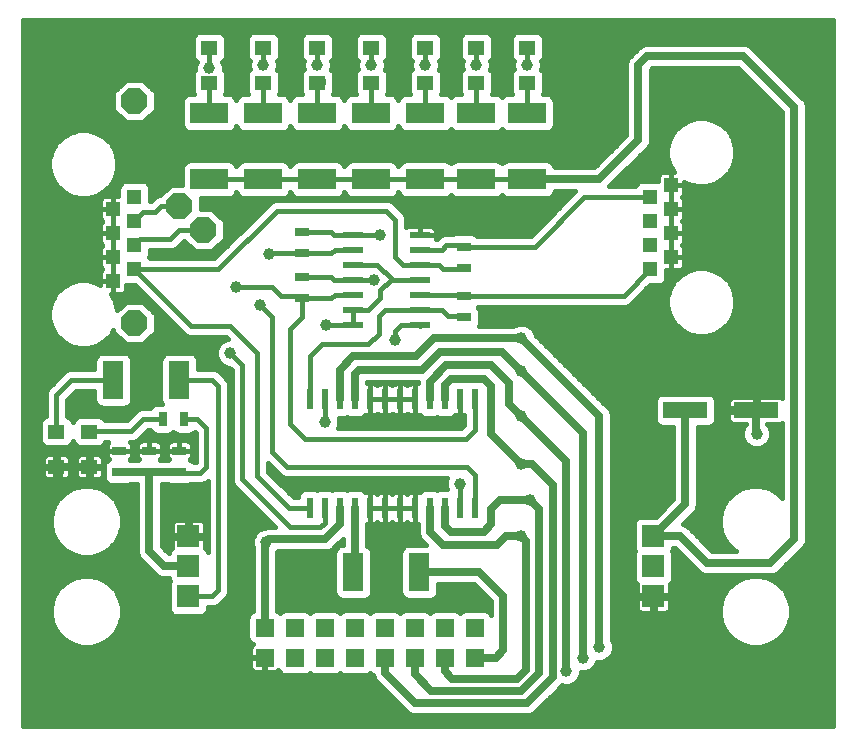
<source format=gtl>
G75*
%MOIN*%
%OFA0B0*%
%FSLAX24Y24*%
%IPPOS*%
%LPD*%
%AMOC8*
5,1,8,0,0,1.08239X$1,22.5*
%
%ADD10R,0.0515X0.0515*%
%ADD11R,0.0750X0.0750*%
%ADD12R,0.0472X0.0315*%
%ADD13OC8,0.0850*%
%ADD14R,0.0709X0.0236*%
%ADD15R,0.0236X0.0709*%
%ADD16R,0.0600X0.0600*%
%ADD17R,0.1496X0.0551*%
%ADD18R,0.0551X0.0472*%
%ADD19R,0.0709X0.1260*%
%ADD20R,0.1260X0.0709*%
%ADD21R,0.0315X0.0472*%
%ADD22C,0.0160*%
%ADD23C,0.0250*%
%ADD24C,0.0396*%
D10*
X003680Y016833D03*
X004380Y017233D03*
X003680Y017633D03*
X004380Y018033D03*
X003680Y018433D03*
X004380Y018833D03*
X003680Y019233D03*
X004380Y019633D03*
X021580Y019633D03*
X022280Y019233D03*
X021580Y018833D03*
X022280Y018433D03*
X021580Y018033D03*
X022280Y017633D03*
X021580Y017233D03*
X022280Y020033D03*
D11*
X021680Y008333D03*
X021680Y007333D03*
X021680Y006333D03*
X006180Y006333D03*
X006180Y007333D03*
X006180Y008333D03*
D12*
X005880Y010479D03*
X005880Y011188D03*
X004880Y011188D03*
X004880Y010479D03*
X003880Y010479D03*
X003880Y011188D03*
X009980Y016279D03*
X009980Y016988D03*
X009980Y017779D03*
X009980Y018488D03*
X015380Y017988D03*
X015380Y017279D03*
X015380Y016338D03*
X015380Y015629D03*
D13*
X006680Y018533D03*
X005880Y019333D03*
X004380Y022833D03*
X004380Y015433D03*
D14*
X011669Y015383D03*
X011669Y015883D03*
X011669Y016383D03*
X011669Y016883D03*
X011669Y017383D03*
X011669Y017883D03*
X011669Y018383D03*
X013891Y018383D03*
X013891Y017883D03*
X013891Y017383D03*
X013891Y016883D03*
X013891Y016383D03*
X013891Y015883D03*
X013891Y015383D03*
D15*
X013730Y012894D03*
X013230Y012894D03*
X012730Y012894D03*
X012230Y012894D03*
X011730Y012894D03*
X011230Y012894D03*
X010730Y012894D03*
X010230Y012894D03*
X010230Y009272D03*
X010730Y009272D03*
X011230Y009272D03*
X011730Y009272D03*
X012230Y009272D03*
X012730Y009272D03*
X013230Y009272D03*
X013730Y009272D03*
X014230Y009272D03*
X014730Y009272D03*
X015230Y009272D03*
X015730Y009272D03*
X015730Y012894D03*
X015230Y012894D03*
X014730Y012894D03*
X014230Y012894D03*
D16*
X013730Y005283D03*
X012730Y005283D03*
X012730Y004283D03*
X013730Y004283D03*
X014730Y004283D03*
X015730Y004283D03*
X015730Y005283D03*
X014730Y005283D03*
X011730Y005283D03*
X011730Y004283D03*
X010730Y004283D03*
X009730Y004283D03*
X008730Y004283D03*
X008730Y005283D03*
X009730Y005283D03*
X010730Y005283D03*
D17*
X022749Y012533D03*
X025111Y012533D03*
D18*
X017480Y023443D03*
X017480Y024624D03*
X015780Y024624D03*
X015780Y023443D03*
X014080Y023443D03*
X014080Y024624D03*
X012280Y024624D03*
X012280Y023443D03*
X010480Y023443D03*
X010480Y024624D03*
X008680Y024624D03*
X008680Y023443D03*
X006880Y023443D03*
X006880Y024624D03*
X002880Y011824D03*
X001780Y011824D03*
X001780Y010643D03*
X002880Y010643D03*
D19*
X003678Y013533D03*
X005882Y013533D03*
X011678Y007133D03*
X013882Y007133D03*
D20*
X014080Y020231D03*
X015780Y020231D03*
X017480Y020231D03*
X017480Y022436D03*
X015780Y022436D03*
X014080Y022436D03*
X012280Y022436D03*
X010480Y022436D03*
X008680Y022436D03*
X006880Y022436D03*
X006880Y020231D03*
X008680Y020231D03*
X010480Y020231D03*
X012280Y020231D03*
D21*
X006034Y012233D03*
X005326Y012233D03*
D22*
X000660Y002013D02*
X000660Y025533D01*
X027670Y025533D01*
X027670Y002013D01*
X000660Y002013D01*
X000660Y002167D02*
X027670Y002167D01*
X027670Y002326D02*
X000660Y002326D01*
X000660Y002484D02*
X013456Y002484D01*
X013501Y002440D02*
X013387Y002554D01*
X012387Y003554D01*
X012325Y003703D01*
X012325Y003724D01*
X012271Y003746D01*
X012230Y003787D01*
X012189Y003746D01*
X012086Y003703D01*
X011374Y003703D01*
X011271Y003746D01*
X011230Y003787D01*
X011189Y003746D01*
X011086Y003703D01*
X010374Y003703D01*
X010271Y003746D01*
X010230Y003787D01*
X010189Y003746D01*
X010086Y003703D01*
X009374Y003703D01*
X009271Y003746D01*
X009193Y003825D01*
X009173Y003872D01*
X009141Y003839D01*
X009099Y003816D01*
X009054Y003803D01*
X008750Y003803D01*
X008750Y004263D01*
X008710Y004263D01*
X008710Y003803D01*
X008406Y003803D01*
X008361Y003816D01*
X008319Y003839D01*
X008286Y003873D01*
X008262Y003914D01*
X008250Y003960D01*
X008250Y004263D01*
X008710Y004263D01*
X008710Y004303D01*
X008250Y004303D01*
X008250Y004607D01*
X008262Y004653D01*
X008286Y004694D01*
X008319Y004726D01*
X008271Y004746D01*
X008193Y004825D01*
X008150Y004928D01*
X008150Y005639D01*
X008193Y005742D01*
X008271Y005821D01*
X008325Y005843D01*
X008325Y007982D01*
X008302Y008038D01*
X008302Y008228D01*
X008375Y008404D01*
X008509Y008539D01*
X008685Y008611D01*
X008735Y008611D01*
X008799Y008638D01*
X009066Y008638D01*
X007675Y010029D01*
X007620Y010162D01*
X007620Y013884D01*
X007549Y013955D01*
X007485Y013955D01*
X007309Y014028D01*
X007175Y014163D01*
X007102Y014338D01*
X007102Y014528D01*
X007175Y014704D01*
X007309Y014839D01*
X007485Y014911D01*
X007493Y014911D01*
X007431Y014973D01*
X006208Y014973D01*
X006076Y015028D01*
X004408Y016696D01*
X004117Y016696D01*
X004117Y016552D01*
X004105Y016506D01*
X004082Y016465D01*
X004048Y016432D01*
X004007Y016408D01*
X003961Y016396D01*
X003680Y016396D01*
X003680Y016833D01*
X003680Y016833D01*
X003680Y016396D01*
X003602Y016396D01*
X003733Y016169D01*
X003810Y015882D01*
X003810Y015860D01*
X004088Y016138D01*
X004672Y016138D01*
X005085Y015725D01*
X005085Y015141D01*
X004672Y014728D01*
X004088Y014728D01*
X003675Y015141D01*
X003675Y015197D01*
X003584Y015039D01*
X003374Y014829D01*
X003116Y014680D01*
X002829Y014603D01*
X002531Y014603D01*
X002244Y014680D01*
X001986Y014829D01*
X001776Y015039D01*
X001627Y015297D01*
X001550Y015585D01*
X001550Y015882D01*
X001627Y016169D01*
X001776Y016427D01*
X001986Y016638D01*
X002244Y016786D01*
X002531Y016863D01*
X002829Y016863D01*
X003116Y016786D01*
X003243Y016713D01*
X003243Y016833D01*
X003680Y016833D01*
X003680Y016833D01*
X003243Y016833D01*
X003243Y017115D01*
X003255Y017160D01*
X003278Y017201D01*
X003310Y017233D01*
X003278Y017265D01*
X003255Y017306D01*
X003243Y017352D01*
X003243Y017633D01*
X003680Y017633D01*
X003680Y017196D01*
X003680Y016833D01*
X003680Y017633D01*
X003680Y017633D01*
X003680Y017633D01*
X003243Y017633D01*
X003243Y017915D01*
X003255Y017960D01*
X003278Y018001D01*
X003310Y018033D01*
X003278Y018065D01*
X003255Y018106D01*
X003243Y018152D01*
X003243Y018433D01*
X003680Y018433D01*
X003680Y017996D01*
X003680Y017633D01*
X003680Y018433D01*
X003680Y018433D01*
X003680Y018433D01*
X003243Y018433D01*
X003243Y018715D01*
X003255Y018760D01*
X003278Y018801D01*
X003310Y018833D01*
X003278Y018865D01*
X003255Y018906D01*
X003243Y018952D01*
X003243Y019233D01*
X003680Y019233D01*
X003680Y018796D01*
X003680Y018433D01*
X003680Y019233D01*
X003680Y019233D01*
X003680Y019233D01*
X003243Y019233D01*
X003243Y019515D01*
X003255Y019560D01*
X003278Y019601D01*
X003312Y019635D01*
X003353Y019659D01*
X003399Y019671D01*
X003680Y019671D01*
X003680Y019233D01*
X003680Y019233D01*
X003680Y019671D01*
X003843Y019671D01*
X003843Y019947D01*
X003885Y020049D01*
X003964Y020128D01*
X004067Y020171D01*
X004693Y020171D01*
X004796Y020128D01*
X004875Y020049D01*
X004917Y019947D01*
X004917Y019493D01*
X004931Y019493D01*
X005076Y019639D01*
X005208Y019693D01*
X005243Y019693D01*
X005588Y020038D01*
X005970Y020038D01*
X005970Y020641D01*
X006013Y020744D01*
X006091Y020823D01*
X006194Y020865D01*
X007566Y020865D01*
X007669Y020823D01*
X007747Y020744D01*
X007780Y020665D01*
X007813Y020744D01*
X007891Y020823D01*
X007994Y020865D01*
X009366Y020865D01*
X009469Y020823D01*
X009547Y020744D01*
X009580Y020665D01*
X009613Y020744D01*
X009691Y020823D01*
X009794Y020865D01*
X011166Y020865D01*
X011269Y020823D01*
X011347Y020744D01*
X011380Y020665D01*
X011413Y020744D01*
X011491Y020823D01*
X011594Y020865D01*
X012966Y020865D01*
X013069Y020823D01*
X013147Y020744D01*
X013180Y020665D01*
X013213Y020744D01*
X013291Y020823D01*
X013394Y020865D01*
X014766Y020865D01*
X014869Y020823D01*
X014930Y020761D01*
X014991Y020823D01*
X015094Y020865D01*
X016466Y020865D01*
X016569Y020823D01*
X016630Y020761D01*
X016691Y020823D01*
X016794Y020865D01*
X018166Y020865D01*
X018269Y020823D01*
X018347Y020744D01*
X018390Y020641D01*
X018390Y020636D01*
X019710Y020636D01*
X020775Y021701D01*
X020775Y024114D01*
X020837Y024263D01*
X021137Y024563D01*
X021251Y024677D01*
X021399Y024738D01*
X024761Y024738D01*
X024909Y024677D01*
X026609Y022977D01*
X026723Y022863D01*
X026785Y022714D01*
X026785Y008153D01*
X026723Y008004D01*
X025923Y007204D01*
X025809Y007090D01*
X025661Y007028D01*
X023399Y007028D01*
X023251Y007090D01*
X022412Y007928D01*
X022335Y007928D01*
X022335Y007903D01*
X022306Y007833D01*
X022335Y007764D01*
X022335Y006903D01*
X022292Y006800D01*
X022233Y006740D01*
X022235Y006732D01*
X022235Y006378D01*
X021725Y006378D01*
X021725Y006288D01*
X021725Y005778D01*
X022079Y005778D01*
X022124Y005791D01*
X022166Y005814D01*
X022199Y005848D01*
X022223Y005889D01*
X022235Y005935D01*
X022235Y006288D01*
X021725Y006288D01*
X021635Y006288D01*
X021635Y005778D01*
X021281Y005778D01*
X021236Y005791D01*
X021194Y005814D01*
X021161Y005848D01*
X021137Y005889D01*
X021125Y005935D01*
X021125Y006288D01*
X021635Y006288D01*
X021635Y006378D01*
X021125Y006378D01*
X021125Y006732D01*
X021127Y006740D01*
X021068Y006800D01*
X021025Y006903D01*
X021025Y007764D01*
X021054Y007833D01*
X021025Y007903D01*
X021025Y008764D01*
X021068Y008867D01*
X021146Y008946D01*
X021249Y008988D01*
X021762Y008988D01*
X022344Y009570D01*
X022344Y011978D01*
X021945Y011978D01*
X021842Y012020D01*
X021763Y012099D01*
X021721Y012202D01*
X021721Y012865D01*
X021763Y012968D01*
X021842Y013046D01*
X021945Y013089D01*
X023553Y013089D01*
X023656Y013046D01*
X023734Y012968D01*
X023777Y012865D01*
X023777Y012202D01*
X023734Y012099D01*
X023656Y012020D01*
X023553Y011978D01*
X023154Y011978D01*
X023154Y009322D01*
X023092Y009173D01*
X022658Y008738D01*
X022661Y008738D01*
X022809Y008677D01*
X022923Y008563D01*
X023648Y007838D01*
X024443Y007838D01*
X024355Y007889D01*
X024136Y008109D01*
X023980Y008378D01*
X023900Y008678D01*
X023900Y008989D01*
X023980Y009289D01*
X024136Y009558D01*
X024355Y009778D01*
X024625Y009933D01*
X024925Y010013D01*
X025235Y010013D01*
X025535Y009933D01*
X025805Y009778D01*
X025975Y009607D01*
X025975Y012119D01*
X025970Y012114D01*
X025929Y012090D01*
X025883Y012078D01*
X025472Y012078D01*
X025525Y012024D01*
X025598Y011848D01*
X025598Y011658D01*
X025525Y011483D01*
X025391Y011348D01*
X025215Y011275D01*
X025025Y011275D01*
X024849Y011348D01*
X024715Y011483D01*
X024642Y011658D01*
X024642Y011848D01*
X024715Y012024D01*
X024768Y012078D01*
X024339Y012078D01*
X024294Y012090D01*
X024253Y012114D01*
X024219Y012147D01*
X024195Y012188D01*
X024183Y012234D01*
X024183Y012476D01*
X025053Y012476D01*
X025053Y012591D01*
X024183Y012591D01*
X024183Y012833D01*
X024195Y012878D01*
X024219Y012919D01*
X024253Y012953D01*
X024294Y012977D01*
X024339Y012989D01*
X025053Y012989D01*
X025053Y012591D01*
X025169Y012591D01*
X025169Y012989D01*
X025883Y012989D01*
X025929Y012977D01*
X025970Y012953D01*
X025975Y012948D01*
X025975Y022466D01*
X024512Y023928D01*
X021648Y023928D01*
X021585Y023866D01*
X021585Y021453D01*
X021523Y021304D01*
X021409Y021190D01*
X020213Y019993D01*
X021062Y019993D01*
X021085Y020049D01*
X021164Y020128D01*
X021267Y020171D01*
X021843Y020171D01*
X021843Y020315D01*
X021855Y020360D01*
X021878Y020401D01*
X021912Y020435D01*
X021953Y020459D01*
X021999Y020471D01*
X022280Y020471D01*
X022280Y020033D01*
X022280Y019671D01*
X022280Y019233D01*
X022280Y018433D01*
X022280Y017633D01*
X022280Y017196D01*
X022561Y017196D01*
X022607Y017208D01*
X022648Y017232D01*
X022682Y017265D01*
X022705Y017306D01*
X022717Y017352D01*
X022717Y017633D01*
X022280Y017633D01*
X022280Y017633D01*
X022280Y017196D01*
X022117Y017196D01*
X022117Y016920D01*
X022075Y016817D01*
X021996Y016738D01*
X021893Y016696D01*
X021552Y016696D01*
X020888Y016032D01*
X020756Y015978D01*
X015821Y015978D01*
X015854Y015945D01*
X015896Y015842D01*
X015896Y015416D01*
X015864Y015338D01*
X017009Y015338D01*
X017009Y015339D01*
X017185Y015411D01*
X017375Y015411D01*
X017551Y015339D01*
X017685Y015204D01*
X017758Y015028D01*
X017758Y015028D01*
X020223Y012563D01*
X020285Y012414D01*
X020285Y004904D01*
X020285Y004904D01*
X020358Y004728D01*
X020358Y004538D01*
X020285Y004363D01*
X020151Y004228D01*
X019975Y004155D01*
X019794Y004155D01*
X019735Y004013D01*
X019601Y003878D01*
X019425Y003805D01*
X019258Y003805D01*
X019258Y003738D01*
X019185Y003563D01*
X019051Y003428D01*
X018875Y003355D01*
X018685Y003355D01*
X018642Y003373D01*
X018559Y003290D01*
X017709Y002440D01*
X017561Y002378D01*
X013649Y002378D01*
X013501Y002440D01*
X013298Y002643D02*
X000660Y002643D01*
X000660Y002801D02*
X013139Y002801D01*
X012981Y002960D02*
X000660Y002960D01*
X000660Y003118D02*
X012822Y003118D01*
X012664Y003277D02*
X000660Y003277D01*
X000660Y003435D02*
X012505Y003435D01*
X012370Y003594D02*
X000660Y003594D01*
X000660Y003752D02*
X009265Y003752D01*
X008750Y003911D02*
X008710Y003911D01*
X008710Y004069D02*
X008750Y004069D01*
X008750Y004228D02*
X008710Y004228D01*
X008250Y004228D02*
X000660Y004228D01*
X000660Y004386D02*
X008250Y004386D01*
X008250Y004545D02*
X000660Y004545D01*
X000660Y004703D02*
X002438Y004703D01*
X002325Y004734D02*
X002625Y004653D01*
X002935Y004653D01*
X003235Y004734D01*
X003505Y004889D01*
X003724Y005109D01*
X003880Y005378D01*
X003960Y005678D01*
X003960Y005989D01*
X003880Y006289D01*
X003724Y006558D01*
X003505Y006778D01*
X003235Y006933D01*
X002935Y007013D01*
X002625Y007013D01*
X002325Y006933D01*
X002055Y006778D01*
X001836Y006558D01*
X001680Y006289D01*
X001600Y005989D01*
X001600Y005678D01*
X001680Y005378D01*
X001836Y005109D01*
X002055Y004889D01*
X002325Y004734D01*
X002103Y004862D02*
X000660Y004862D01*
X000660Y005020D02*
X001924Y005020D01*
X001795Y005179D02*
X000660Y005179D01*
X000660Y005337D02*
X001704Y005337D01*
X001649Y005496D02*
X000660Y005496D01*
X000660Y005654D02*
X001606Y005654D01*
X001600Y005813D02*
X000660Y005813D01*
X000660Y005971D02*
X001600Y005971D01*
X001638Y006130D02*
X000660Y006130D01*
X000660Y006288D02*
X001680Y006288D01*
X001772Y006447D02*
X000660Y006447D01*
X000660Y006605D02*
X001883Y006605D01*
X002042Y006764D02*
X000660Y006764D01*
X000660Y006922D02*
X002306Y006922D01*
X002625Y007653D02*
X002935Y007653D01*
X003235Y007734D01*
X003505Y007889D01*
X003724Y008109D01*
X003880Y008378D01*
X003960Y008678D01*
X003960Y008989D01*
X003880Y009289D01*
X003724Y009558D01*
X003505Y009778D01*
X003235Y009933D01*
X002935Y010013D01*
X002625Y010013D01*
X002325Y009933D01*
X002055Y009778D01*
X001836Y009558D01*
X001680Y009289D01*
X001600Y008989D01*
X001600Y008678D01*
X001680Y008378D01*
X001836Y008109D01*
X002055Y007889D01*
X002325Y007734D01*
X002625Y007653D01*
X002395Y007715D02*
X000660Y007715D01*
X000660Y007873D02*
X002083Y007873D01*
X001913Y008032D02*
X000660Y008032D01*
X000660Y008190D02*
X001789Y008190D01*
X001697Y008349D02*
X000660Y008349D01*
X000660Y008507D02*
X001646Y008507D01*
X001603Y008666D02*
X000660Y008666D01*
X000660Y008824D02*
X001600Y008824D01*
X001600Y008983D02*
X000660Y008983D01*
X000660Y009141D02*
X001641Y009141D01*
X001687Y009300D02*
X000660Y009300D01*
X000660Y009458D02*
X001778Y009458D01*
X001895Y009617D02*
X000660Y009617D01*
X000660Y009775D02*
X002053Y009775D01*
X002328Y009934D02*
X000660Y009934D01*
X000660Y010092D02*
X003477Y010092D01*
X003485Y010084D02*
X003588Y010042D01*
X004172Y010042D01*
X004250Y010074D01*
X004475Y010074D01*
X004475Y007753D01*
X004537Y007604D01*
X004651Y007490D01*
X005151Y006990D01*
X005299Y006928D01*
X005525Y006928D01*
X005525Y006903D01*
X005554Y006833D01*
X005525Y006764D01*
X005525Y005903D01*
X005568Y005800D01*
X005646Y005721D01*
X005749Y005678D01*
X006611Y005678D01*
X006714Y005721D01*
X006792Y005800D01*
X006835Y005903D01*
X006835Y005973D01*
X007052Y005973D01*
X007184Y006028D01*
X007285Y006129D01*
X007485Y006329D01*
X007540Y006462D01*
X007540Y013405D01*
X007485Y013537D01*
X007384Y013639D01*
X007384Y013639D01*
X007184Y013839D01*
X007052Y013893D01*
X006517Y013893D01*
X006517Y014219D01*
X006474Y014322D01*
X006395Y014401D01*
X006292Y014443D01*
X005472Y014443D01*
X005369Y014401D01*
X005291Y014322D01*
X005248Y014219D01*
X005248Y012848D01*
X005289Y012750D01*
X005112Y012750D01*
X005010Y012707D01*
X004931Y012628D01*
X004916Y012593D01*
X004608Y012593D01*
X004476Y012539D01*
X004131Y012193D01*
X003403Y012193D01*
X003393Y012219D01*
X003314Y012297D01*
X003211Y012340D01*
X002549Y012340D01*
X002446Y012297D01*
X002367Y012219D01*
X002330Y012129D01*
X002293Y012219D01*
X002214Y012297D01*
X002140Y012328D01*
X002140Y012884D01*
X002429Y013173D01*
X003043Y013173D01*
X003043Y012848D01*
X003086Y012745D01*
X003165Y012666D01*
X003268Y012623D01*
X004088Y012623D01*
X004191Y012666D01*
X004269Y012745D01*
X004312Y012848D01*
X004312Y014219D01*
X004269Y014322D01*
X004191Y014401D01*
X004088Y014443D01*
X003268Y014443D01*
X003165Y014401D01*
X003086Y014322D01*
X003043Y014219D01*
X003043Y013893D01*
X002208Y013893D01*
X002076Y013839D01*
X001576Y013339D01*
X001475Y013237D01*
X001420Y013105D01*
X001420Y012328D01*
X001346Y012297D01*
X001267Y012219D01*
X001224Y012116D01*
X001224Y011532D01*
X001267Y011429D01*
X001346Y011350D01*
X001449Y011308D01*
X002111Y011308D01*
X002214Y011350D01*
X002293Y011429D01*
X002330Y011518D01*
X002367Y011429D01*
X002446Y011350D01*
X002549Y011308D01*
X003211Y011308D01*
X003314Y011350D01*
X003393Y011429D01*
X003411Y011473D01*
X003517Y011473D01*
X003500Y011456D01*
X003476Y011415D01*
X003464Y011369D01*
X003464Y011188D01*
X003880Y011188D01*
X003880Y011188D01*
X004296Y011188D01*
X004296Y011369D01*
X004284Y011415D01*
X004260Y011456D01*
X004243Y011473D01*
X004352Y011473D01*
X004484Y011528D01*
X004585Y011629D01*
X004829Y011873D01*
X004916Y011873D01*
X004931Y011839D01*
X005010Y011760D01*
X005112Y011717D01*
X005539Y011717D01*
X005642Y011760D01*
X005680Y011798D01*
X005718Y011760D01*
X005821Y011717D01*
X006248Y011717D01*
X006350Y011760D01*
X006397Y011807D01*
X006420Y011784D01*
X006420Y010793D01*
X006354Y010793D01*
X006354Y010795D01*
X006275Y010874D01*
X006232Y010892D01*
X006260Y010920D01*
X006284Y010961D01*
X006296Y011006D01*
X006296Y011188D01*
X006296Y011369D01*
X006284Y011415D01*
X006260Y011456D01*
X006227Y011489D01*
X006186Y011513D01*
X006140Y011525D01*
X005880Y011525D01*
X005620Y011525D01*
X005574Y011513D01*
X005533Y011489D01*
X005500Y011456D01*
X005476Y011415D01*
X005464Y011369D01*
X005464Y011188D01*
X005880Y011188D01*
X005880Y011525D01*
X005880Y011188D01*
X005880Y011188D01*
X005880Y011188D01*
X006296Y011188D01*
X005880Y011188D01*
X005880Y011188D01*
X005464Y011188D01*
X005464Y011006D01*
X005476Y010961D01*
X005500Y010920D01*
X005528Y010892D01*
X005510Y010884D01*
X005250Y010884D01*
X005232Y010892D01*
X005260Y010920D01*
X005284Y010961D01*
X005296Y011006D01*
X005296Y011188D01*
X005296Y011369D01*
X005284Y011415D01*
X005260Y011456D01*
X005227Y011489D01*
X005186Y011513D01*
X005140Y011525D01*
X004880Y011525D01*
X004620Y011525D01*
X004574Y011513D01*
X004533Y011489D01*
X004500Y011456D01*
X004476Y011415D01*
X004464Y011369D01*
X004464Y011188D01*
X004880Y011188D01*
X004880Y011525D01*
X004880Y011188D01*
X004880Y011188D01*
X004880Y011188D01*
X005296Y011188D01*
X004880Y011188D01*
X004880Y011188D01*
X004464Y011188D01*
X004464Y011006D01*
X004476Y010961D01*
X004500Y010920D01*
X004528Y010892D01*
X004510Y010884D01*
X004250Y010884D01*
X004232Y010892D01*
X004260Y010920D01*
X004284Y010961D01*
X004296Y011006D01*
X004296Y011188D01*
X003880Y011188D01*
X003880Y011188D01*
X003464Y011188D01*
X003464Y011006D01*
X003476Y010961D01*
X003500Y010920D01*
X003528Y010892D01*
X003485Y010874D01*
X003406Y010795D01*
X003364Y010692D01*
X003364Y010266D01*
X003406Y010163D01*
X003485Y010084D01*
X003370Y010251D02*
X003246Y010251D01*
X003266Y010263D02*
X003300Y010296D01*
X003323Y010337D01*
X003336Y010383D01*
X003336Y010605D01*
X002918Y010605D01*
X002918Y010681D01*
X002842Y010681D01*
X002842Y011059D01*
X002581Y011059D01*
X002535Y011047D01*
X002494Y011023D01*
X002460Y010990D01*
X002437Y010948D01*
X002424Y010903D01*
X002424Y010681D01*
X002842Y010681D01*
X002842Y010605D01*
X002424Y010605D01*
X002424Y010383D01*
X002437Y010337D01*
X002460Y010296D01*
X002494Y010263D01*
X002535Y010239D01*
X002581Y010227D01*
X002842Y010227D01*
X002842Y010605D01*
X002918Y010605D01*
X002918Y010227D01*
X003179Y010227D01*
X003225Y010239D01*
X003266Y010263D01*
X003336Y010409D02*
X003364Y010409D01*
X003364Y010568D02*
X003336Y010568D01*
X003336Y010681D02*
X002918Y010681D01*
X002918Y011059D01*
X003179Y011059D01*
X003225Y011047D01*
X003266Y011023D01*
X003300Y010990D01*
X003323Y010948D01*
X003336Y010903D01*
X003336Y010681D01*
X003336Y010726D02*
X003378Y010726D01*
X003336Y010885D02*
X003512Y010885D01*
X003464Y011043D02*
X003231Y011043D01*
X003464Y011202D02*
X000660Y011202D01*
X000660Y011360D02*
X001336Y011360D01*
X001230Y011519D02*
X000660Y011519D01*
X000660Y011677D02*
X001224Y011677D01*
X001224Y011836D02*
X000660Y011836D01*
X000660Y011994D02*
X001224Y011994D01*
X001240Y012153D02*
X000660Y012153D01*
X000660Y012311D02*
X001379Y012311D01*
X001420Y012470D02*
X000660Y012470D01*
X000660Y012628D02*
X001420Y012628D01*
X001420Y012787D02*
X000660Y012787D01*
X000660Y012945D02*
X001420Y012945D01*
X001420Y013104D02*
X000660Y013104D01*
X000660Y013262D02*
X001500Y013262D01*
X001658Y013421D02*
X000660Y013421D01*
X000660Y013579D02*
X001817Y013579D01*
X001975Y013738D02*
X000660Y013738D01*
X000660Y013896D02*
X003043Y013896D01*
X003043Y014055D02*
X000660Y014055D01*
X000660Y014213D02*
X003043Y014213D01*
X003136Y014372D02*
X000660Y014372D01*
X000660Y014530D02*
X007103Y014530D01*
X007102Y014372D02*
X006424Y014372D01*
X006517Y014213D02*
X007154Y014213D01*
X007282Y014055D02*
X006517Y014055D01*
X006517Y013896D02*
X007608Y013896D01*
X007620Y013738D02*
X007285Y013738D01*
X007443Y013579D02*
X007620Y013579D01*
X007620Y013421D02*
X007533Y013421D01*
X007540Y013262D02*
X007620Y013262D01*
X007620Y013104D02*
X007540Y013104D01*
X007540Y012945D02*
X007620Y012945D01*
X007620Y012787D02*
X007540Y012787D01*
X007540Y012628D02*
X007620Y012628D01*
X007620Y012470D02*
X007540Y012470D01*
X007540Y012311D02*
X007620Y012311D01*
X007620Y012153D02*
X007540Y012153D01*
X007540Y011994D02*
X007620Y011994D01*
X007620Y011836D02*
X007540Y011836D01*
X007540Y011677D02*
X007620Y011677D01*
X007620Y011519D02*
X007540Y011519D01*
X007540Y011360D02*
X007620Y011360D01*
X007620Y011202D02*
X007540Y011202D01*
X007540Y011043D02*
X007620Y011043D01*
X007620Y010885D02*
X007540Y010885D01*
X007540Y010726D02*
X007620Y010726D01*
X007620Y010568D02*
X007540Y010568D01*
X007540Y010409D02*
X007620Y010409D01*
X007620Y010251D02*
X007540Y010251D01*
X007540Y010092D02*
X007649Y010092D01*
X007540Y009934D02*
X007770Y009934D01*
X007929Y009775D02*
X007540Y009775D01*
X007540Y009617D02*
X008087Y009617D01*
X008246Y009458D02*
X007540Y009458D01*
X007540Y009300D02*
X008404Y009300D01*
X008563Y009141D02*
X007540Y009141D01*
X007540Y008983D02*
X008721Y008983D01*
X008880Y008824D02*
X007540Y008824D01*
X007540Y008666D02*
X009038Y008666D01*
X008478Y008507D02*
X007540Y008507D01*
X007540Y008349D02*
X008352Y008349D01*
X008302Y008190D02*
X007540Y008190D01*
X007540Y008032D02*
X008305Y008032D01*
X008325Y007873D02*
X007540Y007873D01*
X007540Y007715D02*
X008325Y007715D01*
X008325Y007556D02*
X007540Y007556D01*
X007540Y007398D02*
X008325Y007398D01*
X008325Y007239D02*
X007540Y007239D01*
X007540Y007081D02*
X008325Y007081D01*
X008325Y006922D02*
X007540Y006922D01*
X007540Y006764D02*
X008325Y006764D01*
X008325Y006605D02*
X007540Y006605D01*
X007534Y006447D02*
X008325Y006447D01*
X008325Y006288D02*
X007444Y006288D01*
X007286Y006130D02*
X008325Y006130D01*
X008325Y005971D02*
X006835Y005971D01*
X006798Y005813D02*
X008264Y005813D01*
X008156Y005654D02*
X003954Y005654D01*
X003960Y005813D02*
X005562Y005813D01*
X005525Y005971D02*
X003960Y005971D01*
X003922Y006130D02*
X005525Y006130D01*
X005525Y006288D02*
X003880Y006288D01*
X003788Y006447D02*
X005525Y006447D01*
X005525Y006605D02*
X003677Y006605D01*
X003518Y006764D02*
X005525Y006764D01*
X005525Y006922D02*
X003254Y006922D01*
X003165Y007715D02*
X004491Y007715D01*
X004475Y007873D02*
X003477Y007873D01*
X003647Y008032D02*
X004475Y008032D01*
X004475Y008190D02*
X003771Y008190D01*
X003863Y008349D02*
X004475Y008349D01*
X004475Y008507D02*
X003914Y008507D01*
X003957Y008666D02*
X004475Y008666D01*
X004475Y008824D02*
X003960Y008824D01*
X003960Y008983D02*
X004475Y008983D01*
X004475Y009141D02*
X003919Y009141D01*
X003873Y009300D02*
X004475Y009300D01*
X004475Y009458D02*
X003782Y009458D01*
X003665Y009617D02*
X004475Y009617D01*
X004475Y009775D02*
X003507Y009775D01*
X003232Y009934D02*
X004475Y009934D01*
X005285Y009934D02*
X006820Y009934D01*
X006820Y010092D02*
X006698Y010092D01*
X006652Y010073D02*
X006784Y010128D01*
X006820Y010164D01*
X006820Y007800D01*
X006792Y007867D01*
X006733Y007926D01*
X006735Y007935D01*
X006735Y008288D01*
X006225Y008288D01*
X006225Y008378D01*
X006735Y008378D01*
X006735Y008732D01*
X006723Y008778D01*
X006699Y008819D01*
X006666Y008852D01*
X006624Y008876D01*
X006579Y008888D01*
X006225Y008888D01*
X006225Y008378D01*
X006135Y008378D01*
X006135Y008288D01*
X005625Y008288D01*
X005625Y007935D01*
X005627Y007926D01*
X005568Y007867D01*
X005525Y007764D01*
X005525Y007761D01*
X005285Y008001D01*
X005285Y010074D01*
X005510Y010074D01*
X005588Y010042D01*
X006172Y010042D01*
X006249Y010073D01*
X006652Y010073D01*
X006820Y009775D02*
X005285Y009775D01*
X005285Y009617D02*
X006820Y009617D01*
X006820Y009458D02*
X005285Y009458D01*
X005285Y009300D02*
X006820Y009300D01*
X006820Y009141D02*
X005285Y009141D01*
X005285Y008983D02*
X006820Y008983D01*
X006820Y008824D02*
X006694Y008824D01*
X006735Y008666D02*
X006820Y008666D01*
X006820Y008507D02*
X006735Y008507D01*
X006820Y008349D02*
X006225Y008349D01*
X006135Y008349D02*
X005285Y008349D01*
X005285Y008507D02*
X005625Y008507D01*
X005625Y008378D02*
X005625Y008732D01*
X005637Y008778D01*
X005661Y008819D01*
X005694Y008852D01*
X005736Y008876D01*
X005781Y008888D01*
X006135Y008888D01*
X006135Y008378D01*
X005625Y008378D01*
X005625Y008190D02*
X005285Y008190D01*
X005285Y008032D02*
X005625Y008032D01*
X005574Y007873D02*
X005413Y007873D01*
X004901Y007239D02*
X000660Y007239D01*
X000660Y007081D02*
X005060Y007081D01*
X004743Y007398D02*
X000660Y007398D01*
X000660Y007556D02*
X004584Y007556D01*
X004651Y007490D02*
X004651Y007490D01*
X005285Y008666D02*
X005625Y008666D01*
X005666Y008824D02*
X005285Y008824D01*
X006135Y008824D02*
X006225Y008824D01*
X006225Y008666D02*
X006135Y008666D01*
X006135Y008507D02*
X006225Y008507D01*
X006735Y008190D02*
X006820Y008190D01*
X006820Y008032D02*
X006735Y008032D01*
X006786Y007873D02*
X006820Y007873D01*
X007180Y006533D02*
X006980Y006333D01*
X006180Y006333D01*
X007180Y006533D02*
X007180Y013333D01*
X006980Y013533D01*
X005882Y013533D01*
X005248Y013579D02*
X004312Y013579D01*
X004312Y013421D02*
X005248Y013421D01*
X005248Y013262D02*
X004312Y013262D01*
X004312Y013104D02*
X005248Y013104D01*
X005248Y012945D02*
X004312Y012945D01*
X004287Y012787D02*
X005273Y012787D01*
X004931Y012628D02*
X004100Y012628D01*
X004407Y012470D02*
X002140Y012470D01*
X002140Y012628D02*
X003256Y012628D01*
X003069Y012787D02*
X002140Y012787D01*
X002201Y012945D02*
X003043Y012945D01*
X003043Y013104D02*
X002360Y013104D01*
X002280Y013533D02*
X001780Y013033D01*
X001780Y011824D01*
X002181Y012311D02*
X002479Y012311D01*
X002340Y012153D02*
X002320Y012153D01*
X002880Y011824D02*
X002889Y011833D01*
X004280Y011833D01*
X004680Y012233D01*
X005326Y012233D01*
X004933Y011836D02*
X004792Y011836D01*
X004633Y011677D02*
X006420Y011677D01*
X006420Y011519D02*
X006163Y011519D01*
X006296Y011360D02*
X006420Y011360D01*
X006420Y011202D02*
X006296Y011202D01*
X006296Y011043D02*
X006420Y011043D01*
X006420Y010885D02*
X006248Y010885D01*
X005926Y010433D02*
X006580Y010433D01*
X006780Y010633D01*
X006780Y011933D01*
X006480Y012233D01*
X006034Y012233D01*
X005880Y011519D02*
X005880Y011519D01*
X005880Y011360D02*
X005880Y011360D01*
X005880Y011202D02*
X005880Y011202D01*
X005464Y011202D02*
X005296Y011202D01*
X005296Y011360D02*
X005464Y011360D01*
X005597Y011519D02*
X005163Y011519D01*
X004880Y011519D02*
X004880Y011519D01*
X004880Y011360D02*
X004880Y011360D01*
X004880Y011202D02*
X004880Y011202D01*
X005296Y011043D02*
X005464Y011043D01*
X005512Y010885D02*
X005248Y010885D01*
X005880Y010479D02*
X005926Y010433D01*
X004597Y011519D02*
X004461Y011519D01*
X004464Y011360D02*
X004296Y011360D01*
X004296Y011202D02*
X004464Y011202D01*
X004464Y011043D02*
X004296Y011043D01*
X004248Y010885D02*
X004512Y010885D01*
X003464Y011360D02*
X003324Y011360D01*
X002918Y011043D02*
X002842Y011043D01*
X002880Y011033D02*
X002880Y010643D01*
X002842Y010568D02*
X002918Y010568D01*
X002918Y010726D02*
X002842Y010726D01*
X002842Y010885D02*
X002918Y010885D01*
X002918Y010409D02*
X002842Y010409D01*
X002842Y010251D02*
X002918Y010251D01*
X002514Y010251D02*
X002146Y010251D01*
X002166Y010263D02*
X002200Y010296D01*
X002223Y010337D01*
X002236Y010383D01*
X002236Y010605D01*
X001818Y010605D01*
X001818Y010681D01*
X001742Y010681D01*
X001742Y011059D01*
X001481Y011059D01*
X001435Y011047D01*
X001394Y011023D01*
X001360Y010990D01*
X001337Y010948D01*
X001324Y010903D01*
X001324Y010681D01*
X001742Y010681D01*
X001742Y010605D01*
X001324Y010605D01*
X001324Y010383D01*
X001337Y010337D01*
X001360Y010296D01*
X001394Y010263D01*
X001435Y010239D01*
X001481Y010227D01*
X001742Y010227D01*
X001742Y010605D01*
X001818Y010605D01*
X001818Y010227D01*
X002079Y010227D01*
X002125Y010239D01*
X002166Y010263D01*
X002236Y010409D02*
X002424Y010409D01*
X002424Y010568D02*
X002236Y010568D01*
X002236Y010681D02*
X001818Y010681D01*
X001818Y011059D01*
X002079Y011059D01*
X002125Y011047D01*
X002166Y011023D01*
X002200Y010990D01*
X002223Y010948D01*
X002236Y010903D01*
X002236Y010681D01*
X002236Y010726D02*
X002424Y010726D01*
X002424Y010885D02*
X002236Y010885D01*
X002131Y011043D02*
X002529Y011043D01*
X002436Y011360D02*
X002224Y011360D01*
X001818Y011043D02*
X001742Y011043D01*
X001742Y010885D02*
X001818Y010885D01*
X001818Y010726D02*
X001742Y010726D01*
X001780Y010643D02*
X001871Y010643D01*
X001880Y010633D01*
X001818Y010568D02*
X001742Y010568D01*
X001742Y010409D02*
X001818Y010409D01*
X001818Y010251D02*
X001742Y010251D01*
X001414Y010251D02*
X000660Y010251D01*
X000660Y010409D02*
X001324Y010409D01*
X001324Y010568D02*
X000660Y010568D01*
X000660Y010726D02*
X001324Y010726D01*
X001324Y010885D02*
X000660Y010885D01*
X000660Y011043D02*
X001429Y011043D01*
X003281Y012311D02*
X004249Y012311D01*
X003678Y013533D02*
X002280Y013533D01*
X002229Y014689D02*
X000660Y014689D01*
X000660Y014847D02*
X001968Y014847D01*
X001809Y015006D02*
X000660Y015006D01*
X000660Y015164D02*
X001704Y015164D01*
X001620Y015323D02*
X000660Y015323D01*
X000660Y015481D02*
X001578Y015481D01*
X001550Y015640D02*
X000660Y015640D01*
X000660Y015798D02*
X001550Y015798D01*
X001570Y015957D02*
X000660Y015957D01*
X000660Y016115D02*
X001613Y016115D01*
X001687Y016274D02*
X000660Y016274D01*
X000660Y016432D02*
X001781Y016432D01*
X001939Y016591D02*
X000660Y016591D01*
X000660Y016749D02*
X002180Y016749D01*
X003180Y016749D02*
X003243Y016749D01*
X003243Y016908D02*
X000660Y016908D01*
X000660Y017066D02*
X003243Y017066D01*
X003302Y017225D02*
X000660Y017225D01*
X000660Y017383D02*
X003243Y017383D01*
X003243Y017542D02*
X000660Y017542D01*
X000660Y017700D02*
X003243Y017700D01*
X003243Y017859D02*
X000660Y017859D01*
X000660Y018017D02*
X003295Y018017D01*
X003243Y018176D02*
X000660Y018176D01*
X000660Y018334D02*
X003243Y018334D01*
X003243Y018493D02*
X000660Y018493D01*
X000660Y018651D02*
X003243Y018651D01*
X003287Y018810D02*
X000660Y018810D01*
X000660Y018968D02*
X003243Y018968D01*
X003243Y019127D02*
X000660Y019127D01*
X000660Y019285D02*
X003243Y019285D01*
X003243Y019444D02*
X000660Y019444D01*
X000660Y019602D02*
X003280Y019602D01*
X003256Y019761D02*
X003843Y019761D01*
X003843Y019919D02*
X003464Y019919D01*
X003374Y019829D02*
X003116Y019680D01*
X002829Y019603D01*
X002531Y019603D01*
X002244Y019680D01*
X001986Y019829D01*
X001776Y020039D01*
X001627Y020297D01*
X001550Y020585D01*
X001550Y020882D01*
X001627Y021169D01*
X001776Y021427D01*
X001986Y021638D01*
X002244Y021786D01*
X002531Y021863D01*
X002829Y021863D01*
X003116Y021786D01*
X003374Y021638D01*
X003584Y021427D01*
X003733Y021169D01*
X003810Y020882D01*
X003810Y020585D01*
X003733Y020297D01*
X003584Y020039D01*
X003374Y019829D01*
X003606Y020078D02*
X003914Y020078D01*
X003698Y020236D02*
X005970Y020236D01*
X005970Y020078D02*
X004846Y020078D01*
X004917Y019919D02*
X005469Y019919D01*
X005311Y019761D02*
X004917Y019761D01*
X004917Y019602D02*
X005040Y019602D01*
X005280Y019333D02*
X005080Y019133D01*
X004680Y019133D01*
X004380Y018833D01*
X004580Y018233D02*
X004380Y018033D01*
X004580Y018233D02*
X005580Y018233D01*
X005880Y018533D01*
X006680Y018533D01*
X007161Y018017D02*
X007455Y018017D01*
X007320Y018176D02*
X007613Y018176D01*
X007772Y018334D02*
X007385Y018334D01*
X007385Y018241D02*
X007385Y018825D01*
X006972Y019238D01*
X006585Y019238D01*
X006585Y019597D01*
X007566Y019597D01*
X007669Y019639D01*
X007747Y019718D01*
X007780Y019797D01*
X007813Y019718D01*
X007891Y019639D01*
X007994Y019597D01*
X009366Y019597D01*
X009469Y019639D01*
X009547Y019718D01*
X009580Y019797D01*
X009613Y019718D01*
X009691Y019639D01*
X009794Y019597D01*
X011166Y019597D01*
X011269Y019639D01*
X011347Y019718D01*
X011380Y019797D01*
X011413Y019718D01*
X011491Y019639D01*
X011594Y019597D01*
X012966Y019597D01*
X013069Y019639D01*
X013147Y019718D01*
X013180Y019797D01*
X013213Y019718D01*
X013291Y019639D01*
X013394Y019597D01*
X014766Y019597D01*
X014869Y019639D01*
X014930Y019701D01*
X014991Y019639D01*
X015094Y019597D01*
X016466Y019597D01*
X016569Y019639D01*
X016630Y019701D01*
X016691Y019639D01*
X016794Y019597D01*
X018166Y019597D01*
X018269Y019639D01*
X018347Y019718D01*
X018390Y019821D01*
X018390Y019826D01*
X019064Y019826D01*
X017585Y018348D01*
X015810Y018348D01*
X015775Y018383D01*
X015672Y018425D01*
X015088Y018425D01*
X015011Y018393D01*
X014708Y018393D01*
X014576Y018339D01*
X014481Y018243D01*
X014425Y018243D01*
X014425Y018383D01*
X013891Y018383D01*
X013891Y018383D01*
X013891Y018872D01*
X013880Y018883D01*
X013891Y018681D02*
X013513Y018681D01*
X013467Y018669D01*
X013440Y018653D01*
X013440Y018955D01*
X013385Y019087D01*
X012984Y019489D01*
X012852Y019543D01*
X009058Y019543D01*
X008926Y019489D01*
X008825Y019387D01*
X007031Y017593D01*
X004898Y017593D01*
X004882Y017633D01*
X004917Y017720D01*
X004917Y017873D01*
X005652Y017873D01*
X005784Y017928D01*
X005885Y018029D01*
X006029Y018173D01*
X006043Y018173D01*
X006388Y017828D01*
X006972Y017828D01*
X007385Y018241D01*
X007385Y018493D02*
X007930Y018493D01*
X008089Y018651D02*
X007385Y018651D01*
X007385Y018810D02*
X008247Y018810D01*
X008406Y018968D02*
X007242Y018968D01*
X007083Y019127D02*
X008564Y019127D01*
X008723Y019285D02*
X006585Y019285D01*
X006585Y019444D02*
X008881Y019444D01*
X009130Y019183D02*
X012780Y019183D01*
X013080Y018883D01*
X013080Y017633D01*
X013330Y017383D01*
X013891Y017383D01*
X014530Y017383D01*
X014680Y017233D01*
X015334Y017233D01*
X015380Y017279D01*
X015380Y017988D02*
X017734Y017988D01*
X019380Y019633D01*
X021580Y019633D01*
X021114Y020078D02*
X020297Y020078D01*
X020456Y020236D02*
X021843Y020236D01*
X021875Y020395D02*
X020614Y020395D01*
X020773Y020553D02*
X022310Y020553D01*
X022280Y020471D02*
X022280Y020033D01*
X022280Y019233D01*
X022280Y019233D01*
X022280Y018871D01*
X022280Y018433D01*
X022280Y018433D01*
X022280Y018071D01*
X022280Y017633D01*
X022280Y017633D01*
X022717Y017633D01*
X022717Y017915D01*
X022705Y017960D01*
X022682Y018001D01*
X022650Y018033D01*
X022682Y018065D01*
X022705Y018106D01*
X022717Y018152D01*
X022717Y018433D01*
X022280Y018433D01*
X022280Y018433D01*
X022717Y018433D01*
X022717Y018715D01*
X022705Y018760D01*
X022682Y018801D01*
X022650Y018833D01*
X022682Y018865D01*
X022705Y018906D01*
X022717Y018952D01*
X022717Y019233D01*
X022280Y019233D01*
X022280Y019233D01*
X022717Y019233D01*
X022717Y019515D01*
X022705Y019560D01*
X022682Y019601D01*
X022650Y019633D01*
X022682Y019665D01*
X022705Y019706D01*
X022717Y019752D01*
X022717Y020033D01*
X022280Y020033D01*
X022280Y020033D01*
X022280Y020033D01*
X022717Y020033D01*
X022717Y020153D01*
X022844Y020080D01*
X023131Y020003D01*
X023429Y020003D01*
X023716Y020080D01*
X023974Y020229D01*
X024184Y020439D01*
X024333Y020697D01*
X024410Y020985D01*
X024410Y021282D01*
X024333Y021569D01*
X024184Y021827D01*
X023974Y022038D01*
X023716Y022186D01*
X023429Y022263D01*
X023131Y022263D01*
X022844Y022186D01*
X022586Y022038D01*
X022376Y021827D01*
X022227Y021569D01*
X022150Y021282D01*
X022150Y020985D01*
X022227Y020697D01*
X022358Y020471D01*
X022280Y020471D01*
X022280Y020395D02*
X022280Y020395D01*
X022280Y020236D02*
X022280Y020236D01*
X022280Y020078D02*
X022280Y020078D01*
X022280Y020033D02*
X022280Y020033D01*
X022280Y019919D02*
X022280Y019919D01*
X022280Y019761D02*
X022280Y019761D01*
X022280Y019602D02*
X022280Y019602D01*
X022280Y019444D02*
X022280Y019444D01*
X022280Y019285D02*
X022280Y019285D01*
X022280Y019233D02*
X022280Y019233D01*
X022280Y019127D02*
X022280Y019127D01*
X022280Y018968D02*
X022280Y018968D01*
X022280Y018810D02*
X022280Y018810D01*
X022280Y018651D02*
X022280Y018651D01*
X022280Y018493D02*
X022280Y018493D01*
X022280Y018433D02*
X022280Y018433D01*
X022280Y018334D02*
X022280Y018334D01*
X022280Y018176D02*
X022280Y018176D01*
X022280Y018017D02*
X022280Y018017D01*
X022280Y017859D02*
X022280Y017859D01*
X022280Y017700D02*
X022280Y017700D01*
X022280Y017633D02*
X022280Y017633D01*
X022280Y017542D02*
X022280Y017542D01*
X022280Y017383D02*
X022280Y017383D01*
X022280Y017225D02*
X022280Y017225D01*
X022117Y017066D02*
X022636Y017066D01*
X022586Y017038D02*
X022844Y017186D01*
X023131Y017263D01*
X023429Y017263D01*
X023716Y017186D01*
X023974Y017038D01*
X024184Y016827D01*
X024333Y016569D01*
X024410Y016282D01*
X024410Y015985D01*
X024333Y015697D01*
X024184Y015439D01*
X023974Y015229D01*
X023716Y015080D01*
X023429Y015003D01*
X023131Y015003D01*
X022844Y015080D01*
X022586Y015229D01*
X022376Y015439D01*
X022227Y015697D01*
X022150Y015985D01*
X022150Y016282D01*
X022227Y016569D01*
X022376Y016827D01*
X022586Y017038D01*
X022456Y016908D02*
X022112Y016908D01*
X022007Y016749D02*
X022331Y016749D01*
X022239Y016591D02*
X021447Y016591D01*
X021288Y016432D02*
X022190Y016432D01*
X022150Y016274D02*
X021130Y016274D01*
X020971Y016115D02*
X022150Y016115D01*
X022157Y015957D02*
X015842Y015957D01*
X015896Y015798D02*
X022200Y015798D01*
X022260Y015640D02*
X015896Y015640D01*
X015896Y015481D02*
X022352Y015481D01*
X022492Y015323D02*
X017567Y015323D01*
X017702Y015164D02*
X022698Y015164D01*
X023122Y015006D02*
X017780Y015006D01*
X017939Y014847D02*
X025975Y014847D01*
X025975Y014689D02*
X018097Y014689D01*
X018256Y014530D02*
X025975Y014530D01*
X025975Y014372D02*
X018414Y014372D01*
X018573Y014213D02*
X025975Y014213D01*
X025975Y014055D02*
X018731Y014055D01*
X018890Y013896D02*
X025975Y013896D01*
X025975Y013738D02*
X019048Y013738D01*
X019207Y013579D02*
X025975Y013579D01*
X025975Y013421D02*
X019365Y013421D01*
X019524Y013262D02*
X025975Y013262D01*
X025975Y013104D02*
X019682Y013104D01*
X019841Y012945D02*
X021754Y012945D01*
X021721Y012787D02*
X019999Y012787D01*
X020158Y012628D02*
X021721Y012628D01*
X021721Y012470D02*
X020262Y012470D01*
X020285Y012311D02*
X021721Y012311D01*
X021741Y012153D02*
X020285Y012153D01*
X020285Y011994D02*
X021905Y011994D01*
X022344Y011836D02*
X020285Y011836D01*
X020285Y011677D02*
X022344Y011677D01*
X022344Y011519D02*
X020285Y011519D01*
X020285Y011360D02*
X022344Y011360D01*
X022344Y011202D02*
X020285Y011202D01*
X020285Y011043D02*
X022344Y011043D01*
X022344Y010885D02*
X020285Y010885D01*
X020285Y010726D02*
X022344Y010726D01*
X022344Y010568D02*
X020285Y010568D01*
X020285Y010409D02*
X022344Y010409D01*
X022344Y010251D02*
X020285Y010251D01*
X020285Y010092D02*
X022344Y010092D01*
X022344Y009934D02*
X020285Y009934D01*
X020285Y009775D02*
X022344Y009775D01*
X022344Y009617D02*
X020285Y009617D01*
X020285Y009458D02*
X022232Y009458D01*
X022074Y009300D02*
X020285Y009300D01*
X020285Y009141D02*
X021915Y009141D01*
X021236Y008983D02*
X020285Y008983D01*
X020285Y008824D02*
X021050Y008824D01*
X021025Y008666D02*
X020285Y008666D01*
X020285Y008507D02*
X021025Y008507D01*
X021025Y008349D02*
X020285Y008349D01*
X020285Y008190D02*
X021025Y008190D01*
X021025Y008032D02*
X020285Y008032D01*
X020285Y007873D02*
X021037Y007873D01*
X021025Y007715D02*
X020285Y007715D01*
X020285Y007556D02*
X021025Y007556D01*
X021025Y007398D02*
X020285Y007398D01*
X020285Y007239D02*
X021025Y007239D01*
X021025Y007081D02*
X020285Y007081D01*
X020285Y006922D02*
X021025Y006922D01*
X021104Y006764D02*
X020285Y006764D01*
X020285Y006605D02*
X021125Y006605D01*
X021125Y006447D02*
X020285Y006447D01*
X020285Y006288D02*
X021635Y006288D01*
X021725Y006288D02*
X023980Y006288D01*
X023980Y006289D02*
X023900Y005989D01*
X023900Y005678D01*
X023980Y005378D01*
X024136Y005109D01*
X024355Y004889D01*
X024625Y004734D01*
X024925Y004653D01*
X025235Y004653D01*
X025535Y004734D01*
X025805Y004889D01*
X026024Y005109D01*
X026180Y005378D01*
X026260Y005678D01*
X026260Y005989D01*
X026180Y006289D01*
X026024Y006558D01*
X025805Y006778D01*
X025535Y006933D01*
X025235Y007013D01*
X024925Y007013D01*
X024625Y006933D01*
X024355Y006778D01*
X024136Y006558D01*
X023980Y006289D01*
X023938Y006130D02*
X022235Y006130D01*
X022235Y005971D02*
X023900Y005971D01*
X023900Y005813D02*
X022163Y005813D01*
X021725Y005813D02*
X021635Y005813D01*
X021635Y005971D02*
X021725Y005971D01*
X021725Y006130D02*
X021635Y006130D01*
X021197Y005813D02*
X020285Y005813D01*
X020285Y005971D02*
X021125Y005971D01*
X021125Y006130D02*
X020285Y006130D01*
X020285Y005654D02*
X023906Y005654D01*
X023949Y005496D02*
X020285Y005496D01*
X020285Y005337D02*
X024004Y005337D01*
X024095Y005179D02*
X020285Y005179D01*
X020285Y005020D02*
X024224Y005020D01*
X024403Y004862D02*
X020303Y004862D01*
X020358Y004703D02*
X024738Y004703D01*
X025422Y004703D02*
X027670Y004703D01*
X027670Y004545D02*
X020358Y004545D01*
X020295Y004386D02*
X027670Y004386D01*
X027670Y004228D02*
X020150Y004228D01*
X019759Y004069D02*
X027670Y004069D01*
X027670Y003911D02*
X019634Y003911D01*
X019258Y003752D02*
X027670Y003752D01*
X027670Y003594D02*
X019198Y003594D01*
X019058Y003435D02*
X027670Y003435D01*
X027670Y003277D02*
X018546Y003277D01*
X018388Y003118D02*
X027670Y003118D01*
X027670Y002960D02*
X018229Y002960D01*
X018071Y002801D02*
X027670Y002801D01*
X027670Y002643D02*
X017912Y002643D01*
X017754Y002484D02*
X027670Y002484D01*
X027670Y004862D02*
X025757Y004862D01*
X025936Y005020D02*
X027670Y005020D01*
X027670Y005179D02*
X026065Y005179D01*
X026156Y005337D02*
X027670Y005337D01*
X027670Y005496D02*
X026211Y005496D01*
X026254Y005654D02*
X027670Y005654D01*
X027670Y005813D02*
X026260Y005813D01*
X026260Y005971D02*
X027670Y005971D01*
X027670Y006130D02*
X026222Y006130D01*
X026180Y006288D02*
X027670Y006288D01*
X027670Y006447D02*
X026088Y006447D01*
X025977Y006605D02*
X027670Y006605D01*
X027670Y006764D02*
X025818Y006764D01*
X025554Y006922D02*
X027670Y006922D01*
X027670Y007081D02*
X025787Y007081D01*
X025959Y007239D02*
X027670Y007239D01*
X027670Y007398D02*
X026117Y007398D01*
X026276Y007556D02*
X027670Y007556D01*
X027670Y007715D02*
X026434Y007715D01*
X026593Y007873D02*
X027670Y007873D01*
X027670Y008032D02*
X026735Y008032D01*
X026785Y008190D02*
X027670Y008190D01*
X027670Y008349D02*
X026785Y008349D01*
X026785Y008507D02*
X027670Y008507D01*
X027670Y008666D02*
X026785Y008666D01*
X026785Y008824D02*
X027670Y008824D01*
X027670Y008983D02*
X026785Y008983D01*
X026785Y009141D02*
X027670Y009141D01*
X027670Y009300D02*
X026785Y009300D01*
X026785Y009458D02*
X027670Y009458D01*
X027670Y009617D02*
X026785Y009617D01*
X026785Y009775D02*
X027670Y009775D01*
X027670Y009934D02*
X026785Y009934D01*
X026785Y010092D02*
X027670Y010092D01*
X027670Y010251D02*
X026785Y010251D01*
X026785Y010409D02*
X027670Y010409D01*
X027670Y010568D02*
X026785Y010568D01*
X026785Y010726D02*
X027670Y010726D01*
X027670Y010885D02*
X026785Y010885D01*
X026785Y011043D02*
X027670Y011043D01*
X027670Y011202D02*
X026785Y011202D01*
X026785Y011360D02*
X027670Y011360D01*
X027670Y011519D02*
X026785Y011519D01*
X026785Y011677D02*
X027670Y011677D01*
X027670Y011836D02*
X026785Y011836D01*
X026785Y011994D02*
X027670Y011994D01*
X027670Y012153D02*
X026785Y012153D01*
X026785Y012311D02*
X027670Y012311D01*
X027670Y012470D02*
X026785Y012470D01*
X026785Y012628D02*
X027670Y012628D01*
X027670Y012787D02*
X026785Y012787D01*
X026785Y012945D02*
X027670Y012945D01*
X027670Y013104D02*
X026785Y013104D01*
X026785Y013262D02*
X027670Y013262D01*
X027670Y013421D02*
X026785Y013421D01*
X026785Y013579D02*
X027670Y013579D01*
X027670Y013738D02*
X026785Y013738D01*
X026785Y013896D02*
X027670Y013896D01*
X027670Y014055D02*
X026785Y014055D01*
X026785Y014213D02*
X027670Y014213D01*
X027670Y014372D02*
X026785Y014372D01*
X026785Y014530D02*
X027670Y014530D01*
X027670Y014689D02*
X026785Y014689D01*
X026785Y014847D02*
X027670Y014847D01*
X027670Y015006D02*
X026785Y015006D01*
X026785Y015164D02*
X027670Y015164D01*
X027670Y015323D02*
X026785Y015323D01*
X026785Y015481D02*
X027670Y015481D01*
X027670Y015640D02*
X026785Y015640D01*
X026785Y015798D02*
X027670Y015798D01*
X027670Y015957D02*
X026785Y015957D01*
X026785Y016115D02*
X027670Y016115D01*
X027670Y016274D02*
X026785Y016274D01*
X026785Y016432D02*
X027670Y016432D01*
X027670Y016591D02*
X026785Y016591D01*
X026785Y016749D02*
X027670Y016749D01*
X027670Y016908D02*
X026785Y016908D01*
X026785Y017066D02*
X027670Y017066D01*
X027670Y017225D02*
X026785Y017225D01*
X026785Y017383D02*
X027670Y017383D01*
X027670Y017542D02*
X026785Y017542D01*
X026785Y017700D02*
X027670Y017700D01*
X027670Y017859D02*
X026785Y017859D01*
X026785Y018017D02*
X027670Y018017D01*
X027670Y018176D02*
X026785Y018176D01*
X026785Y018334D02*
X027670Y018334D01*
X027670Y018493D02*
X026785Y018493D01*
X026785Y018651D02*
X027670Y018651D01*
X027670Y018810D02*
X026785Y018810D01*
X026785Y018968D02*
X027670Y018968D01*
X027670Y019127D02*
X026785Y019127D01*
X026785Y019285D02*
X027670Y019285D01*
X027670Y019444D02*
X026785Y019444D01*
X026785Y019602D02*
X027670Y019602D01*
X027670Y019761D02*
X026785Y019761D01*
X026785Y019919D02*
X027670Y019919D01*
X027670Y020078D02*
X026785Y020078D01*
X026785Y020236D02*
X027670Y020236D01*
X027670Y020395D02*
X026785Y020395D01*
X026785Y020553D02*
X027670Y020553D01*
X027670Y020712D02*
X026785Y020712D01*
X026785Y020870D02*
X027670Y020870D01*
X027670Y021029D02*
X026785Y021029D01*
X026785Y021187D02*
X027670Y021187D01*
X027670Y021346D02*
X026785Y021346D01*
X026785Y021504D02*
X027670Y021504D01*
X027670Y021663D02*
X026785Y021663D01*
X026785Y021821D02*
X027670Y021821D01*
X027670Y021980D02*
X026785Y021980D01*
X026785Y022138D02*
X027670Y022138D01*
X027670Y022297D02*
X026785Y022297D01*
X026785Y022455D02*
X027670Y022455D01*
X027670Y022614D02*
X026785Y022614D01*
X026761Y022772D02*
X027670Y022772D01*
X027670Y022931D02*
X026655Y022931D01*
X026497Y023089D02*
X027670Y023089D01*
X027670Y023248D02*
X026338Y023248D01*
X026180Y023406D02*
X027670Y023406D01*
X027670Y023565D02*
X026021Y023565D01*
X025863Y023723D02*
X027670Y023723D01*
X027670Y023882D02*
X025704Y023882D01*
X025546Y024040D02*
X027670Y024040D01*
X027670Y024199D02*
X025387Y024199D01*
X025229Y024357D02*
X027670Y024357D01*
X027670Y024516D02*
X025070Y024516D01*
X024912Y024674D02*
X027670Y024674D01*
X027670Y024833D02*
X018036Y024833D01*
X018036Y024916D02*
X017993Y025019D01*
X017914Y025097D01*
X017811Y025140D01*
X017149Y025140D01*
X017046Y025097D01*
X016967Y025019D01*
X016924Y024916D01*
X016924Y024332D01*
X016967Y024229D01*
X017021Y024175D01*
X017002Y024128D01*
X017002Y023938D01*
X017021Y023892D01*
X016967Y023838D01*
X016924Y023735D01*
X016924Y023151D01*
X016958Y023070D01*
X016794Y023070D01*
X016691Y023027D01*
X016630Y022966D01*
X016569Y023027D01*
X016466Y023070D01*
X016302Y023070D01*
X016336Y023151D01*
X016336Y023735D01*
X016293Y023838D01*
X016239Y023892D01*
X016258Y023938D01*
X016258Y024128D01*
X016239Y024175D01*
X016293Y024229D01*
X016336Y024332D01*
X016336Y024916D01*
X016293Y025019D01*
X016214Y025097D01*
X016111Y025140D01*
X015449Y025140D01*
X015346Y025097D01*
X015267Y025019D01*
X015224Y024916D01*
X015224Y024332D01*
X015267Y024229D01*
X015321Y024175D01*
X015302Y024128D01*
X015302Y023938D01*
X015321Y023892D01*
X015267Y023838D01*
X015224Y023735D01*
X015224Y023151D01*
X015258Y023070D01*
X015094Y023070D01*
X014991Y023027D01*
X014930Y022966D01*
X014869Y023027D01*
X014766Y023070D01*
X014602Y023070D01*
X014636Y023151D01*
X014636Y023735D01*
X014593Y023838D01*
X014539Y023892D01*
X014558Y023938D01*
X014558Y024128D01*
X014539Y024175D01*
X014593Y024229D01*
X014636Y024332D01*
X014636Y024916D01*
X014593Y025019D01*
X014514Y025097D01*
X014411Y025140D01*
X013749Y025140D01*
X013646Y025097D01*
X013567Y025019D01*
X013524Y024916D01*
X013524Y024332D01*
X013567Y024229D01*
X013621Y024175D01*
X013602Y024128D01*
X013602Y023938D01*
X013621Y023892D01*
X013567Y023838D01*
X013524Y023735D01*
X013524Y023151D01*
X013558Y023070D01*
X013394Y023070D01*
X013291Y023027D01*
X013213Y022949D01*
X013180Y022870D01*
X013147Y022949D01*
X013069Y023027D01*
X012966Y023070D01*
X012802Y023070D01*
X012836Y023151D01*
X012836Y023735D01*
X012793Y023838D01*
X012739Y023892D01*
X012758Y023938D01*
X012758Y024128D01*
X012739Y024175D01*
X012793Y024229D01*
X012836Y024332D01*
X012836Y024916D01*
X012793Y025019D01*
X012714Y025097D01*
X012611Y025140D01*
X011949Y025140D01*
X011846Y025097D01*
X011767Y025019D01*
X011724Y024916D01*
X011724Y024332D01*
X011767Y024229D01*
X011821Y024175D01*
X011802Y024128D01*
X011802Y023938D01*
X011821Y023892D01*
X011767Y023838D01*
X011724Y023735D01*
X011724Y023151D01*
X011758Y023070D01*
X011594Y023070D01*
X011491Y023027D01*
X011413Y022949D01*
X011380Y022870D01*
X011347Y022949D01*
X011269Y023027D01*
X011166Y023070D01*
X011002Y023070D01*
X011036Y023151D01*
X011036Y023361D01*
X011040Y023371D01*
X011040Y023605D01*
X011036Y023616D01*
X011036Y023735D01*
X010993Y023838D01*
X010939Y023892D01*
X010958Y023938D01*
X010958Y024128D01*
X010939Y024175D01*
X010993Y024229D01*
X011036Y024332D01*
X011036Y024916D01*
X010993Y025019D01*
X010914Y025097D01*
X010811Y025140D01*
X010149Y025140D01*
X010046Y025097D01*
X009967Y025019D01*
X009924Y024916D01*
X009924Y024332D01*
X009967Y024229D01*
X010021Y024175D01*
X010002Y024128D01*
X010002Y023938D01*
X010021Y023892D01*
X009967Y023838D01*
X009924Y023735D01*
X009924Y023151D01*
X009958Y023070D01*
X009794Y023070D01*
X009691Y023027D01*
X009613Y022949D01*
X009580Y022870D01*
X009547Y022949D01*
X009469Y023027D01*
X009366Y023070D01*
X009202Y023070D01*
X009236Y023151D01*
X009236Y023735D01*
X009193Y023838D01*
X009139Y023892D01*
X009158Y023938D01*
X009158Y024128D01*
X009139Y024175D01*
X009193Y024229D01*
X009236Y024332D01*
X009236Y024916D01*
X009193Y025019D01*
X009114Y025097D01*
X009011Y025140D01*
X008349Y025140D01*
X008246Y025097D01*
X008167Y025019D01*
X008124Y024916D01*
X008124Y024332D01*
X008167Y024229D01*
X008221Y024175D01*
X008202Y024128D01*
X008202Y023938D01*
X008221Y023892D01*
X008167Y023838D01*
X008124Y023735D01*
X008124Y023151D01*
X008158Y023070D01*
X007994Y023070D01*
X007891Y023027D01*
X007813Y022949D01*
X007780Y022870D01*
X007747Y022949D01*
X007669Y023027D01*
X007566Y023070D01*
X007402Y023070D01*
X007436Y023151D01*
X007436Y023735D01*
X007393Y023838D01*
X007358Y023872D01*
X007358Y024028D01*
X007309Y024148D01*
X007314Y024150D01*
X007393Y024229D01*
X007436Y024332D01*
X007436Y024916D01*
X007393Y025019D01*
X007314Y025097D01*
X007211Y025140D01*
X006549Y025140D01*
X006446Y025097D01*
X006367Y025019D01*
X006324Y024916D01*
X006324Y024332D01*
X006367Y024229D01*
X006446Y024150D01*
X006451Y024148D01*
X006402Y024028D01*
X006402Y023872D01*
X006367Y023838D01*
X006324Y023735D01*
X006324Y023151D01*
X006358Y023070D01*
X006194Y023070D01*
X006091Y023027D01*
X006013Y022949D01*
X005970Y022846D01*
X005970Y022026D01*
X006013Y021923D01*
X006091Y021844D01*
X006194Y021801D01*
X007566Y021801D01*
X007669Y021844D01*
X007747Y021923D01*
X007780Y022002D01*
X007813Y021923D01*
X007891Y021844D01*
X007994Y021801D01*
X009366Y021801D01*
X009469Y021844D01*
X009547Y021923D01*
X009580Y022002D01*
X009613Y021923D01*
X009691Y021844D01*
X009794Y021801D01*
X011166Y021801D01*
X011269Y021844D01*
X011347Y021923D01*
X011380Y022002D01*
X011413Y021923D01*
X011491Y021844D01*
X011594Y021801D01*
X012966Y021801D01*
X013069Y021844D01*
X013147Y021923D01*
X013180Y022002D01*
X013213Y021923D01*
X013291Y021844D01*
X013394Y021801D01*
X014766Y021801D01*
X014869Y021844D01*
X014930Y021905D01*
X014991Y021844D01*
X015094Y021801D01*
X016466Y021801D01*
X016569Y021844D01*
X016630Y021905D01*
X016691Y021844D01*
X016794Y021801D01*
X018166Y021801D01*
X018269Y021844D01*
X018347Y021923D01*
X018390Y022026D01*
X018390Y022846D01*
X018347Y022949D01*
X018269Y023027D01*
X018166Y023070D01*
X018002Y023070D01*
X018036Y023151D01*
X018036Y023735D01*
X017993Y023838D01*
X017939Y023892D01*
X017958Y023938D01*
X017958Y024128D01*
X017939Y024175D01*
X017993Y024229D01*
X018036Y024332D01*
X018036Y024916D01*
X018004Y024991D02*
X027670Y024991D01*
X027670Y025150D02*
X000660Y025150D01*
X000660Y025308D02*
X027670Y025308D01*
X027670Y025467D02*
X000660Y025467D01*
X000660Y024991D02*
X006356Y024991D01*
X006324Y024833D02*
X000660Y024833D01*
X000660Y024674D02*
X006324Y024674D01*
X006324Y024516D02*
X000660Y024516D01*
X000660Y024357D02*
X006324Y024357D01*
X006397Y024199D02*
X000660Y024199D01*
X000660Y024040D02*
X006407Y024040D01*
X006402Y023882D02*
X000660Y023882D01*
X000660Y023723D02*
X006324Y023723D01*
X006324Y023565D02*
X000660Y023565D01*
X000660Y023406D02*
X003956Y023406D01*
X004088Y023538D02*
X003675Y023125D01*
X003675Y022541D01*
X004088Y022128D01*
X004672Y022128D01*
X005085Y022541D01*
X005085Y023125D01*
X004672Y023538D01*
X004088Y023538D01*
X003798Y023248D02*
X000660Y023248D01*
X000660Y023089D02*
X003675Y023089D01*
X003675Y022931D02*
X000660Y022931D01*
X000660Y022772D02*
X003675Y022772D01*
X003675Y022614D02*
X000660Y022614D01*
X000660Y022455D02*
X003761Y022455D01*
X003919Y022297D02*
X000660Y022297D01*
X000660Y022138D02*
X004078Y022138D01*
X004682Y022138D02*
X005970Y022138D01*
X005970Y022297D02*
X004841Y022297D01*
X004999Y022455D02*
X005970Y022455D01*
X005970Y022614D02*
X005085Y022614D01*
X005085Y022772D02*
X005970Y022772D01*
X006005Y022931D02*
X005085Y022931D01*
X005085Y023089D02*
X006350Y023089D01*
X006324Y023248D02*
X004962Y023248D01*
X004804Y023406D02*
X006324Y023406D01*
X006880Y023443D02*
X006880Y022436D01*
X007614Y021821D02*
X007946Y021821D01*
X007789Y021980D02*
X007771Y021980D01*
X007755Y022931D02*
X007805Y022931D01*
X008150Y023089D02*
X007410Y023089D01*
X007436Y023248D02*
X008124Y023248D01*
X008124Y023406D02*
X007436Y023406D01*
X007436Y023565D02*
X008124Y023565D01*
X008124Y023723D02*
X007436Y023723D01*
X007358Y023882D02*
X008211Y023882D01*
X008202Y024040D02*
X007353Y024040D01*
X007363Y024199D02*
X008197Y024199D01*
X008124Y024357D02*
X007436Y024357D01*
X007436Y024516D02*
X008124Y024516D01*
X008124Y024674D02*
X007436Y024674D01*
X007436Y024833D02*
X008124Y024833D01*
X008156Y024991D02*
X007404Y024991D01*
X006880Y024624D02*
X006880Y023933D01*
X008680Y024033D02*
X008680Y024624D01*
X009236Y024674D02*
X009924Y024674D01*
X009924Y024516D02*
X009236Y024516D01*
X009236Y024357D02*
X009924Y024357D01*
X009997Y024199D02*
X009163Y024199D01*
X009158Y024040D02*
X010002Y024040D01*
X010011Y023882D02*
X009149Y023882D01*
X009236Y023723D02*
X009924Y023723D01*
X009924Y023565D02*
X009236Y023565D01*
X009236Y023406D02*
X009924Y023406D01*
X009924Y023248D02*
X009236Y023248D01*
X009210Y023089D02*
X009950Y023089D01*
X009605Y022931D02*
X009555Y022931D01*
X009571Y021980D02*
X009589Y021980D01*
X009746Y021821D02*
X009414Y021821D01*
X008680Y022436D02*
X008680Y023443D01*
X009236Y024833D02*
X009924Y024833D01*
X009956Y024991D02*
X009204Y024991D01*
X010480Y024624D02*
X010480Y024033D01*
X010958Y024040D02*
X011802Y024040D01*
X011811Y023882D02*
X010949Y023882D01*
X011036Y023723D02*
X011724Y023723D01*
X011724Y023565D02*
X011040Y023565D01*
X011040Y023406D02*
X011724Y023406D01*
X011724Y023248D02*
X011036Y023248D01*
X011010Y023089D02*
X011750Y023089D01*
X011405Y022931D02*
X011355Y022931D01*
X010680Y023443D02*
X010680Y023533D01*
X010480Y023533D01*
X010480Y022436D01*
X011214Y021821D02*
X011546Y021821D01*
X011389Y021980D02*
X011371Y021980D01*
X012280Y022436D02*
X012280Y023443D01*
X012836Y023406D02*
X013524Y023406D01*
X013524Y023248D02*
X012836Y023248D01*
X012810Y023089D02*
X013550Y023089D01*
X013205Y022931D02*
X013155Y022931D01*
X012836Y023565D02*
X013524Y023565D01*
X013524Y023723D02*
X012836Y023723D01*
X012749Y023882D02*
X013611Y023882D01*
X013602Y024040D02*
X012758Y024040D01*
X012763Y024199D02*
X013597Y024199D01*
X013524Y024357D02*
X012836Y024357D01*
X012836Y024516D02*
X013524Y024516D01*
X013524Y024674D02*
X012836Y024674D01*
X012836Y024833D02*
X013524Y024833D01*
X013556Y024991D02*
X012804Y024991D01*
X012280Y024624D02*
X012280Y024033D01*
X011797Y024199D02*
X010963Y024199D01*
X011036Y024357D02*
X011724Y024357D01*
X011724Y024516D02*
X011036Y024516D01*
X011036Y024674D02*
X011724Y024674D01*
X011724Y024833D02*
X011036Y024833D01*
X011004Y024991D02*
X011756Y024991D01*
X010680Y023443D02*
X010480Y023443D01*
X013014Y021821D02*
X013346Y021821D01*
X013189Y021980D02*
X013171Y021980D01*
X014080Y022436D02*
X014080Y023443D01*
X014636Y023406D02*
X015224Y023406D01*
X015224Y023248D02*
X014636Y023248D01*
X014610Y023089D02*
X015250Y023089D01*
X015224Y023565D02*
X014636Y023565D01*
X014636Y023723D02*
X015224Y023723D01*
X015311Y023882D02*
X014549Y023882D01*
X014558Y024040D02*
X015302Y024040D01*
X015297Y024199D02*
X014563Y024199D01*
X014636Y024357D02*
X015224Y024357D01*
X015224Y024516D02*
X014636Y024516D01*
X014636Y024674D02*
X015224Y024674D01*
X015224Y024833D02*
X014636Y024833D01*
X014604Y024991D02*
X015256Y024991D01*
X015780Y024624D02*
X015780Y024033D01*
X016258Y024040D02*
X017002Y024040D01*
X017011Y023882D02*
X016249Y023882D01*
X016336Y023723D02*
X016924Y023723D01*
X016924Y023565D02*
X016336Y023565D01*
X016336Y023406D02*
X016924Y023406D01*
X016924Y023248D02*
X016336Y023248D01*
X016310Y023089D02*
X016950Y023089D01*
X017480Y023443D02*
X017480Y022436D01*
X016746Y021821D02*
X016514Y021821D01*
X015780Y022436D02*
X015780Y023443D01*
X016263Y024199D02*
X016997Y024199D01*
X016924Y024357D02*
X016336Y024357D01*
X016336Y024516D02*
X016924Y024516D01*
X016924Y024674D02*
X016336Y024674D01*
X016336Y024833D02*
X016924Y024833D01*
X016956Y024991D02*
X016304Y024991D01*
X017480Y024624D02*
X017480Y024033D01*
X017958Y024040D02*
X020775Y024040D01*
X020775Y023882D02*
X017949Y023882D01*
X018036Y023723D02*
X020775Y023723D01*
X020775Y023565D02*
X018036Y023565D01*
X018036Y023406D02*
X020775Y023406D01*
X020775Y023248D02*
X018036Y023248D01*
X018010Y023089D02*
X020775Y023089D01*
X020775Y022931D02*
X018355Y022931D01*
X018390Y022772D02*
X020775Y022772D01*
X020775Y022614D02*
X018390Y022614D01*
X018390Y022455D02*
X020775Y022455D01*
X020775Y022297D02*
X018390Y022297D01*
X018390Y022138D02*
X020775Y022138D01*
X020775Y021980D02*
X018371Y021980D01*
X018214Y021821D02*
X020775Y021821D01*
X020737Y021663D02*
X003330Y021663D01*
X003507Y021504D02*
X020578Y021504D01*
X020420Y021346D02*
X003631Y021346D01*
X003723Y021187D02*
X020261Y021187D01*
X020103Y021029D02*
X003771Y021029D01*
X003810Y020870D02*
X019944Y020870D01*
X019786Y020712D02*
X018361Y020712D01*
X018365Y019761D02*
X018998Y019761D01*
X018840Y019602D02*
X018179Y019602D01*
X018523Y019285D02*
X013187Y019285D01*
X013346Y019127D02*
X018364Y019127D01*
X018206Y018968D02*
X013434Y018968D01*
X013440Y018810D02*
X018047Y018810D01*
X017889Y018651D02*
X014346Y018651D01*
X014356Y018645D02*
X014315Y018669D01*
X014269Y018681D01*
X013891Y018681D01*
X013891Y018383D01*
X014425Y018383D01*
X014425Y018525D01*
X014413Y018571D01*
X014389Y018612D01*
X014356Y018645D01*
X014425Y018493D02*
X017730Y018493D01*
X018681Y019444D02*
X013029Y019444D01*
X012979Y019602D02*
X013381Y019602D01*
X013195Y019761D02*
X013165Y019761D01*
X013161Y020712D02*
X013199Y020712D01*
X014080Y020231D02*
X012280Y020231D01*
X010480Y020231D01*
X008680Y020231D01*
X006880Y020231D01*
X007579Y019602D02*
X007981Y019602D01*
X007795Y019761D02*
X007765Y019761D01*
X007761Y020712D02*
X007799Y020712D01*
X009130Y019183D02*
X007180Y017233D01*
X004380Y017233D01*
X006280Y015333D01*
X007580Y015333D01*
X008480Y014433D01*
X008480Y010333D01*
X009541Y009272D01*
X010230Y009272D01*
X010730Y009272D02*
X010730Y008783D01*
X010580Y008633D01*
X009580Y008633D01*
X007980Y010233D01*
X007980Y014033D01*
X007580Y014433D01*
X007168Y014689D02*
X003131Y014689D01*
X003392Y014847D02*
X003969Y014847D01*
X003810Y015006D02*
X003551Y015006D01*
X003656Y015164D02*
X003675Y015164D01*
X003790Y015957D02*
X003907Y015957D01*
X004065Y016115D02*
X003747Y016115D01*
X003673Y016274D02*
X004830Y016274D01*
X004695Y016115D02*
X004989Y016115D01*
X004853Y015957D02*
X005147Y015957D01*
X005012Y015798D02*
X005306Y015798D01*
X005464Y015640D02*
X005085Y015640D01*
X005085Y015481D02*
X005623Y015481D01*
X005781Y015323D02*
X005085Y015323D01*
X005085Y015164D02*
X005940Y015164D01*
X006130Y015006D02*
X004950Y015006D01*
X004791Y014847D02*
X007330Y014847D01*
X008580Y016033D02*
X008980Y015633D01*
X008980Y011133D01*
X009480Y010633D01*
X015480Y010633D01*
X015730Y010383D01*
X015730Y009272D01*
X015230Y009272D02*
X015230Y010083D01*
X014786Y009907D02*
X014556Y009907D01*
X014480Y009875D01*
X014404Y009907D01*
X014056Y009907D01*
X013953Y009864D01*
X013891Y009802D01*
X013872Y009807D01*
X013730Y009807D01*
X013588Y009807D01*
X013542Y009794D01*
X013501Y009771D01*
X013480Y009749D01*
X013459Y009771D01*
X013418Y009794D01*
X013372Y009807D01*
X013230Y009807D01*
X013088Y009807D01*
X013042Y009794D01*
X013001Y009771D01*
X012980Y009749D01*
X012959Y009771D01*
X012918Y009794D01*
X012872Y009807D01*
X012730Y009807D01*
X012588Y009807D01*
X012542Y009794D01*
X012501Y009771D01*
X012480Y009749D01*
X012459Y009771D01*
X012418Y009794D01*
X012372Y009807D01*
X012230Y009807D01*
X012088Y009807D01*
X012069Y009802D01*
X012007Y009864D01*
X011904Y009907D01*
X011556Y009907D01*
X011480Y009875D01*
X011404Y009907D01*
X011056Y009907D01*
X010980Y009875D01*
X010904Y009907D01*
X010556Y009907D01*
X010480Y009875D01*
X010404Y009907D01*
X010056Y009907D01*
X009953Y009864D01*
X009875Y009785D01*
X009832Y009682D01*
X009832Y009632D01*
X009690Y009632D01*
X008840Y010482D01*
X008840Y010764D01*
X009175Y010429D01*
X009276Y010328D01*
X009408Y010273D01*
X014791Y010273D01*
X014752Y010178D01*
X014752Y009988D01*
X014786Y009907D01*
X014774Y009934D02*
X009389Y009934D01*
X009547Y009775D02*
X009870Y009775D01*
X009230Y010092D02*
X014752Y010092D01*
X014782Y010251D02*
X009072Y010251D01*
X009195Y010409D02*
X008913Y010409D01*
X008840Y010568D02*
X009036Y010568D01*
X009175Y010429D02*
X009175Y010429D01*
X008878Y010726D02*
X008840Y010726D01*
X010080Y011583D02*
X009580Y012083D01*
X009580Y015233D01*
X009980Y015633D01*
X009980Y016279D01*
X009926Y016333D01*
X009280Y016333D01*
X008980Y016633D01*
X007780Y016633D01*
X007138Y017700D02*
X004909Y017700D01*
X004917Y017859D02*
X006357Y017859D01*
X006199Y018017D02*
X005873Y018017D01*
X007003Y017859D02*
X007296Y017859D01*
X005880Y019333D02*
X005280Y019333D01*
X005970Y020395D02*
X003759Y020395D01*
X003802Y020553D02*
X005970Y020553D01*
X005999Y020712D02*
X003810Y020712D01*
X003680Y019602D02*
X003680Y019602D01*
X003680Y019444D02*
X003680Y019444D01*
X003680Y019285D02*
X003680Y019285D01*
X003680Y019127D02*
X003680Y019127D01*
X003680Y018968D02*
X003680Y018968D01*
X003680Y018810D02*
X003680Y018810D01*
X003680Y018651D02*
X003680Y018651D01*
X003680Y018493D02*
X003680Y018493D01*
X003680Y018433D02*
X003680Y018433D01*
X003680Y018334D02*
X003680Y018334D01*
X003680Y018176D02*
X003680Y018176D01*
X003680Y018017D02*
X003680Y018017D01*
X003680Y017859D02*
X003680Y017859D01*
X003680Y017700D02*
X003680Y017700D01*
X003680Y017633D02*
X003680Y017633D01*
X003680Y017542D02*
X003680Y017542D01*
X003680Y017383D02*
X003680Y017383D01*
X003680Y017225D02*
X003680Y017225D01*
X003680Y017066D02*
X003680Y017066D01*
X003680Y016908D02*
X003680Y016908D01*
X003680Y016833D02*
X003680Y016833D01*
X003680Y016749D02*
X003680Y016749D01*
X003680Y016591D02*
X003680Y016591D01*
X003680Y016432D02*
X003680Y016432D01*
X004049Y016432D02*
X004672Y016432D01*
X004513Y016591D02*
X004117Y016591D01*
X004219Y014372D02*
X005341Y014372D01*
X005248Y014213D02*
X004312Y014213D01*
X004312Y014055D02*
X005248Y014055D01*
X005248Y013896D02*
X004312Y013896D01*
X004312Y013738D02*
X005248Y013738D01*
X008880Y017733D02*
X008926Y017779D01*
X009980Y017779D01*
X010926Y017779D01*
X011080Y017883D01*
X011669Y017883D01*
X011669Y017383D02*
X012480Y017383D01*
X012955Y016908D01*
X012930Y016883D01*
X012580Y016533D01*
X012580Y016283D01*
X012180Y015883D01*
X011669Y015883D01*
X011669Y015383D01*
X010780Y015383D01*
X010630Y014733D02*
X012180Y014733D01*
X012530Y015083D01*
X012530Y015683D01*
X012730Y015883D01*
X013891Y015883D01*
X014630Y015883D01*
X014830Y015683D01*
X015326Y015683D01*
X015380Y015629D01*
X015380Y016338D02*
X020684Y016338D01*
X021580Y017233D01*
X022636Y017225D02*
X022988Y017225D01*
X022717Y017383D02*
X025975Y017383D01*
X025975Y017225D02*
X023572Y017225D01*
X023924Y017066D02*
X025975Y017066D01*
X025975Y016908D02*
X024104Y016908D01*
X024229Y016749D02*
X025975Y016749D01*
X025975Y016591D02*
X024321Y016591D01*
X024370Y016432D02*
X025975Y016432D01*
X025975Y016274D02*
X024410Y016274D01*
X024410Y016115D02*
X025975Y016115D01*
X025975Y015957D02*
X024403Y015957D01*
X024360Y015798D02*
X025975Y015798D01*
X025975Y015640D02*
X024300Y015640D01*
X024208Y015481D02*
X025975Y015481D01*
X025975Y015323D02*
X024068Y015323D01*
X023862Y015164D02*
X025975Y015164D01*
X025975Y015006D02*
X023438Y015006D01*
X023743Y012945D02*
X024245Y012945D01*
X024183Y012787D02*
X023777Y012787D01*
X023777Y012628D02*
X024183Y012628D01*
X024183Y012470D02*
X023777Y012470D01*
X023777Y012311D02*
X024183Y012311D01*
X024216Y012153D02*
X023757Y012153D01*
X023593Y011994D02*
X024702Y011994D01*
X024642Y011836D02*
X023154Y011836D01*
X023154Y011677D02*
X024642Y011677D01*
X024700Y011519D02*
X023154Y011519D01*
X023154Y011360D02*
X024837Y011360D01*
X025403Y011360D02*
X025975Y011360D01*
X025975Y011202D02*
X023154Y011202D01*
X023154Y011043D02*
X025975Y011043D01*
X025975Y010885D02*
X023154Y010885D01*
X023154Y010726D02*
X025975Y010726D01*
X025975Y010568D02*
X023154Y010568D01*
X023154Y010409D02*
X025975Y010409D01*
X025975Y010251D02*
X023154Y010251D01*
X023154Y010092D02*
X025975Y010092D01*
X025975Y009934D02*
X025532Y009934D01*
X025807Y009775D02*
X025975Y009775D01*
X025965Y009617D02*
X025975Y009617D01*
X024628Y009934D02*
X023154Y009934D01*
X023154Y009775D02*
X024353Y009775D01*
X024195Y009617D02*
X023154Y009617D01*
X023154Y009458D02*
X024078Y009458D01*
X023987Y009300D02*
X023145Y009300D01*
X023061Y009141D02*
X023941Y009141D01*
X023900Y008983D02*
X022902Y008983D01*
X022744Y008824D02*
X023900Y008824D01*
X023903Y008666D02*
X022820Y008666D01*
X022979Y008507D02*
X023946Y008507D01*
X023997Y008349D02*
X023137Y008349D01*
X023296Y008190D02*
X024089Y008190D01*
X024213Y008032D02*
X023454Y008032D01*
X023613Y007873D02*
X024383Y007873D01*
X024606Y006922D02*
X022335Y006922D01*
X022335Y007081D02*
X023273Y007081D01*
X023101Y007239D02*
X022335Y007239D01*
X022335Y007398D02*
X022943Y007398D01*
X022784Y007556D02*
X022335Y007556D01*
X022335Y007715D02*
X022626Y007715D01*
X022467Y007873D02*
X022323Y007873D01*
X022256Y006764D02*
X024342Y006764D01*
X024183Y006605D02*
X022235Y006605D01*
X022235Y006447D02*
X024072Y006447D01*
X025540Y011519D02*
X025975Y011519D01*
X025975Y011677D02*
X025598Y011677D01*
X025598Y011836D02*
X025975Y011836D01*
X025975Y011994D02*
X025538Y011994D01*
X025169Y012628D02*
X025053Y012628D01*
X025053Y012787D02*
X025169Y012787D01*
X025169Y012945D02*
X025053Y012945D01*
X025975Y017542D02*
X022717Y017542D01*
X022717Y017700D02*
X025975Y017700D01*
X025975Y017859D02*
X022717Y017859D01*
X022665Y018017D02*
X025975Y018017D01*
X025975Y018176D02*
X022717Y018176D01*
X022717Y018334D02*
X025975Y018334D01*
X025975Y018493D02*
X022717Y018493D01*
X022717Y018651D02*
X025975Y018651D01*
X025975Y018810D02*
X022673Y018810D01*
X022717Y018968D02*
X025975Y018968D01*
X025975Y019127D02*
X022717Y019127D01*
X022717Y019285D02*
X025975Y019285D01*
X025975Y019444D02*
X022717Y019444D01*
X022680Y019602D02*
X025975Y019602D01*
X025975Y019761D02*
X022717Y019761D01*
X022717Y019919D02*
X025975Y019919D01*
X025975Y020078D02*
X023707Y020078D01*
X023981Y020236D02*
X025975Y020236D01*
X025975Y020395D02*
X024140Y020395D01*
X024250Y020553D02*
X025975Y020553D01*
X025975Y020712D02*
X024337Y020712D01*
X024379Y020870D02*
X025975Y020870D01*
X025975Y021029D02*
X024410Y021029D01*
X024410Y021187D02*
X025975Y021187D01*
X025975Y021346D02*
X024393Y021346D01*
X024350Y021504D02*
X025975Y021504D01*
X025975Y021663D02*
X024279Y021663D01*
X024188Y021821D02*
X025975Y021821D01*
X025975Y021980D02*
X024032Y021980D01*
X023799Y022138D02*
X025975Y022138D01*
X025975Y022297D02*
X021585Y022297D01*
X021585Y022455D02*
X025975Y022455D01*
X025827Y022614D02*
X021585Y022614D01*
X021585Y022772D02*
X025668Y022772D01*
X025510Y022931D02*
X021585Y022931D01*
X021585Y023089D02*
X025351Y023089D01*
X025193Y023248D02*
X021585Y023248D01*
X021585Y023406D02*
X025034Y023406D01*
X024876Y023565D02*
X021585Y023565D01*
X021585Y023723D02*
X024717Y023723D01*
X024559Y023882D02*
X021601Y023882D01*
X021090Y024516D02*
X018036Y024516D01*
X018036Y024674D02*
X021248Y024674D01*
X020931Y024357D02*
X018036Y024357D01*
X017963Y024199D02*
X020810Y024199D01*
X021585Y022138D02*
X022761Y022138D01*
X022528Y021980D02*
X021585Y021980D01*
X021585Y021821D02*
X022372Y021821D01*
X022281Y021663D02*
X021585Y021663D01*
X021585Y021504D02*
X022210Y021504D01*
X022167Y021346D02*
X021541Y021346D01*
X021407Y021187D02*
X022150Y021187D01*
X022150Y021029D02*
X021248Y021029D01*
X021090Y020870D02*
X022181Y020870D01*
X022223Y020712D02*
X020931Y020712D01*
X022717Y020078D02*
X022853Y020078D01*
X017480Y020231D02*
X015780Y020231D01*
X014080Y020231D01*
X014779Y019602D02*
X015081Y019602D01*
X013891Y018681D02*
X013891Y018383D01*
X013891Y018383D01*
X013891Y018493D02*
X013891Y018493D01*
X013891Y018651D02*
X013891Y018651D01*
X014425Y018334D02*
X014572Y018334D01*
X014780Y018033D02*
X014630Y017883D01*
X013891Y017883D01*
X014780Y018033D02*
X015334Y018033D01*
X015380Y017988D01*
X013891Y016883D02*
X012930Y016883D01*
X012955Y016908D02*
X012980Y016883D01*
X012380Y016883D02*
X011669Y016883D01*
X011030Y016883D01*
X010926Y016988D01*
X009980Y016988D01*
X009980Y016279D02*
X010926Y016279D01*
X011080Y016383D01*
X011669Y016383D01*
X013080Y015183D02*
X013080Y014883D01*
X013080Y015183D02*
X013280Y015383D01*
X013891Y015383D01*
X013891Y015344D01*
X013891Y016383D02*
X015334Y016383D01*
X015380Y016338D01*
X013825Y013478D02*
X013825Y013429D01*
X013730Y013429D01*
X013588Y013429D01*
X013542Y013416D01*
X013501Y013393D01*
X013480Y013371D01*
X013459Y013393D01*
X013418Y013416D01*
X013372Y013429D01*
X013230Y013429D01*
X013088Y013429D01*
X013042Y013416D01*
X013001Y013393D01*
X012980Y013371D01*
X012959Y013393D01*
X012918Y013416D01*
X012872Y013429D01*
X012730Y013429D01*
X012588Y013429D01*
X012542Y013416D01*
X012501Y013393D01*
X012480Y013371D01*
X012459Y013393D01*
X012418Y013416D01*
X012372Y013429D01*
X012230Y013429D01*
X012135Y013429D01*
X012135Y013478D01*
X013825Y013478D01*
X013730Y013429D02*
X013730Y012894D01*
X013730Y012360D01*
X013730Y012894D01*
X013730Y012894D01*
X013528Y012894D01*
X013230Y012894D01*
X013230Y012360D01*
X013230Y012894D01*
X013230Y012894D01*
X012730Y012894D01*
X012730Y012360D01*
X012588Y012360D01*
X012542Y012372D01*
X012501Y012396D01*
X012480Y012417D01*
X012459Y012396D01*
X012418Y012372D01*
X012372Y012360D01*
X012230Y012360D01*
X012230Y012894D01*
X012230Y012360D01*
X012088Y012360D01*
X012069Y012365D01*
X012007Y012303D01*
X011904Y012260D01*
X011556Y012260D01*
X011480Y012292D01*
X011404Y012260D01*
X011195Y012260D01*
X011208Y012228D01*
X011208Y012038D01*
X011169Y011943D01*
X015281Y011943D01*
X015370Y012032D01*
X015370Y012360D01*
X015230Y012360D01*
X015230Y012894D01*
X015230Y012360D01*
X015088Y012360D01*
X015069Y012365D01*
X015007Y012303D01*
X014904Y012260D01*
X014556Y012260D01*
X014480Y012292D01*
X014404Y012260D01*
X014056Y012260D01*
X013953Y012303D01*
X013891Y012365D01*
X013872Y012360D01*
X013730Y012360D01*
X013588Y012360D01*
X013542Y012372D01*
X013501Y012396D01*
X013480Y012417D01*
X013459Y012396D01*
X013418Y012372D01*
X013372Y012360D01*
X013230Y012360D01*
X013088Y012360D01*
X013042Y012372D01*
X013001Y012396D01*
X012980Y012417D01*
X012959Y012396D01*
X012918Y012372D01*
X012872Y012360D01*
X012730Y012360D01*
X012730Y012894D01*
X012730Y012894D01*
X012230Y012894D01*
X012230Y012894D01*
X012230Y012894D01*
X012730Y012894D01*
X012730Y012894D01*
X012730Y012894D01*
X013230Y012894D01*
X013230Y012894D01*
X013230Y012894D01*
X013730Y012894D01*
X013730Y012894D01*
X013230Y012894D01*
X012932Y012894D01*
X012730Y012894D01*
X012730Y012133D01*
X012730Y012470D02*
X012730Y012470D01*
X012730Y012628D02*
X012730Y012628D01*
X012730Y012787D02*
X012730Y012787D01*
X012730Y012894D02*
X012528Y012894D01*
X012230Y012894D01*
X012230Y013429D01*
X012230Y012894D01*
X012230Y012894D01*
X012230Y012945D02*
X012230Y012945D01*
X012230Y012787D02*
X012230Y012787D01*
X012230Y012628D02*
X012230Y012628D01*
X012230Y012470D02*
X012230Y012470D01*
X012015Y012311D02*
X013945Y012311D01*
X013730Y012470D02*
X013730Y012470D01*
X013730Y012628D02*
X013730Y012628D01*
X013730Y012787D02*
X013730Y012787D01*
X013730Y012894D02*
X013730Y013429D01*
X013730Y013421D02*
X013730Y013421D01*
X013730Y013262D02*
X013730Y013262D01*
X013730Y013104D02*
X013730Y013104D01*
X013730Y012945D02*
X013730Y012945D01*
X013730Y012894D02*
X013730Y012894D01*
X013230Y012894D02*
X013230Y013429D01*
X013230Y012894D01*
X013230Y012894D01*
X013230Y012945D02*
X013230Y012945D01*
X013230Y012787D02*
X013230Y012787D01*
X013230Y012628D02*
X013230Y012628D01*
X013230Y012470D02*
X013230Y012470D01*
X013230Y013104D02*
X013230Y013104D01*
X013230Y013262D02*
X013230Y013262D01*
X013230Y013421D02*
X013230Y013421D01*
X013059Y013421D02*
X012901Y013421D01*
X012730Y013421D02*
X012730Y013421D01*
X012730Y013429D02*
X012730Y012894D01*
X012730Y012894D01*
X012730Y013429D01*
X012730Y013262D02*
X012730Y013262D01*
X012730Y013104D02*
X012730Y013104D01*
X012730Y012945D02*
X012730Y012945D01*
X012559Y013421D02*
X012401Y013421D01*
X012230Y013421D02*
X012230Y013421D01*
X012230Y013262D02*
X012230Y013262D01*
X012230Y013104D02*
X012230Y013104D01*
X013401Y013421D02*
X013559Y013421D01*
X015230Y012894D02*
X015230Y012894D01*
X015230Y012133D01*
X015370Y012153D02*
X011208Y012153D01*
X011190Y011994D02*
X015332Y011994D01*
X015370Y012311D02*
X015015Y012311D01*
X015230Y012470D02*
X015230Y012470D01*
X015230Y012628D02*
X015230Y012628D01*
X015230Y012787D02*
X015230Y012787D01*
X015730Y012894D02*
X015730Y011883D01*
X015430Y011583D01*
X010080Y011583D01*
X010730Y012133D02*
X010730Y012894D01*
X010230Y012894D02*
X010230Y014333D01*
X010630Y014733D01*
X009980Y016233D02*
X009980Y016279D01*
X009980Y018488D02*
X010926Y018488D01*
X011030Y018383D01*
X011669Y018383D01*
X012580Y018383D01*
X011581Y019602D02*
X011179Y019602D01*
X011365Y019761D02*
X011395Y019761D01*
X011361Y020712D02*
X011399Y020712D01*
X009781Y019602D02*
X009379Y019602D01*
X009565Y019761D02*
X009595Y019761D01*
X009561Y020712D02*
X009599Y020712D01*
X006146Y021821D02*
X002985Y021821D01*
X002375Y021821D02*
X000660Y021821D01*
X000660Y021663D02*
X002030Y021663D01*
X001853Y021504D02*
X000660Y021504D01*
X000660Y021346D02*
X001729Y021346D01*
X001637Y021187D02*
X000660Y021187D01*
X000660Y021029D02*
X001589Y021029D01*
X001550Y020870D02*
X000660Y020870D01*
X000660Y020712D02*
X001550Y020712D01*
X001558Y020553D02*
X000660Y020553D01*
X000660Y020395D02*
X001601Y020395D01*
X001662Y020236D02*
X000660Y020236D01*
X000660Y020078D02*
X001754Y020078D01*
X001896Y019919D02*
X000660Y019919D01*
X000660Y019761D02*
X002104Y019761D01*
X000660Y021980D02*
X005989Y021980D01*
X014080Y024033D02*
X014080Y024624D01*
X014814Y021821D02*
X015046Y021821D01*
X016479Y019602D02*
X016781Y019602D01*
X013230Y010083D02*
X013230Y009272D01*
X013230Y008738D01*
X013372Y008738D01*
X013418Y008750D01*
X013459Y008774D01*
X013480Y008795D01*
X013501Y008774D01*
X013542Y008750D01*
X013588Y008738D01*
X013730Y008738D01*
X013825Y008738D01*
X013825Y008403D01*
X013887Y008254D01*
X014097Y008043D01*
X013472Y008043D01*
X013369Y008001D01*
X013291Y007922D01*
X013248Y007819D01*
X013248Y006448D01*
X013291Y006345D01*
X013369Y006266D01*
X013472Y006223D01*
X014292Y006223D01*
X014395Y006266D01*
X014474Y006345D01*
X014517Y006448D01*
X014517Y006728D01*
X015712Y006728D01*
X016275Y006166D01*
X016275Y005724D01*
X016267Y005742D01*
X016189Y005821D01*
X016086Y005863D01*
X015374Y005863D01*
X015271Y005821D01*
X015230Y005779D01*
X015189Y005821D01*
X015086Y005863D01*
X014374Y005863D01*
X014271Y005821D01*
X014230Y005779D01*
X014189Y005821D01*
X014086Y005863D01*
X013374Y005863D01*
X013271Y005821D01*
X013230Y005779D01*
X013189Y005821D01*
X013086Y005863D01*
X012374Y005863D01*
X012271Y005821D01*
X012230Y005779D01*
X012189Y005821D01*
X012086Y005863D01*
X011374Y005863D01*
X011271Y005821D01*
X011230Y005779D01*
X011189Y005821D01*
X011086Y005863D01*
X010374Y005863D01*
X010271Y005821D01*
X010230Y005779D01*
X010189Y005821D01*
X010086Y005863D01*
X009374Y005863D01*
X009271Y005821D01*
X009230Y005779D01*
X009189Y005821D01*
X009135Y005843D01*
X009135Y007812D01*
X009151Y007828D01*
X010811Y007828D01*
X010959Y007890D01*
X011073Y008004D01*
X011325Y008256D01*
X011325Y008043D01*
X011268Y008043D01*
X011165Y008001D01*
X011086Y007922D01*
X011043Y007819D01*
X011043Y006448D01*
X011086Y006345D01*
X011165Y006266D01*
X011268Y006223D01*
X012088Y006223D01*
X012191Y006266D01*
X012269Y006345D01*
X012312Y006448D01*
X012312Y007819D01*
X012269Y007922D01*
X012191Y008001D01*
X012135Y008024D01*
X012135Y008738D01*
X012230Y008738D01*
X012372Y008738D01*
X012418Y008750D01*
X012459Y008774D01*
X012480Y008795D01*
X012501Y008774D01*
X012542Y008750D01*
X012588Y008738D01*
X012730Y008738D01*
X012872Y008738D01*
X012918Y008750D01*
X012959Y008774D01*
X012980Y008795D01*
X013001Y008774D01*
X013042Y008750D01*
X013088Y008738D01*
X013230Y008738D01*
X013230Y009272D01*
X013230Y009272D01*
X013230Y009272D01*
X013432Y009272D01*
X013730Y009272D01*
X013730Y008738D01*
X013730Y009272D01*
X013730Y009272D01*
X013730Y009272D01*
X013230Y009272D01*
X013028Y009272D01*
X012730Y009272D01*
X012730Y008738D01*
X012730Y009272D01*
X012730Y009272D01*
X012432Y009272D01*
X012230Y009272D01*
X012230Y008738D01*
X012230Y009272D01*
X012230Y009272D01*
X012230Y009272D01*
X012730Y009272D01*
X012730Y009272D01*
X012730Y009272D01*
X013230Y009272D01*
X013230Y009272D01*
X013730Y009272D01*
X013730Y009807D01*
X013730Y009272D01*
X013730Y009272D01*
X013730Y009300D02*
X013730Y009300D01*
X013730Y009458D02*
X013730Y009458D01*
X013730Y009617D02*
X013730Y009617D01*
X013730Y009775D02*
X013730Y009775D01*
X013509Y009775D02*
X013451Y009775D01*
X013230Y009775D02*
X013230Y009775D01*
X013230Y009807D02*
X013230Y009272D01*
X012730Y009272D01*
X012230Y009272D01*
X012230Y009807D01*
X012230Y009272D01*
X012230Y009272D01*
X012230Y009300D02*
X012230Y009300D01*
X012230Y009458D02*
X012230Y009458D01*
X012230Y009617D02*
X012230Y009617D01*
X012230Y009775D02*
X012230Y009775D01*
X012451Y009775D02*
X012509Y009775D01*
X012730Y009775D02*
X012730Y009775D01*
X012730Y009807D02*
X012730Y009272D01*
X012730Y009272D01*
X012730Y009807D01*
X012730Y009617D02*
X012730Y009617D01*
X012730Y009458D02*
X012730Y009458D01*
X012730Y009300D02*
X012730Y009300D01*
X012730Y009141D02*
X012730Y009141D01*
X012730Y008983D02*
X012730Y008983D01*
X012730Y008824D02*
X012730Y008824D01*
X013230Y008824D02*
X013230Y008824D01*
X013230Y008983D02*
X013230Y008983D01*
X013230Y009141D02*
X013230Y009141D01*
X013230Y009272D02*
X013230Y009272D01*
X013230Y009807D01*
X013230Y009617D02*
X013230Y009617D01*
X013230Y009458D02*
X013230Y009458D01*
X013230Y009300D02*
X013230Y009300D01*
X013009Y009775D02*
X012951Y009775D01*
X012230Y009141D02*
X012230Y009141D01*
X012230Y008983D02*
X012230Y008983D01*
X012230Y008824D02*
X012230Y008824D01*
X012135Y008666D02*
X013825Y008666D01*
X013825Y008507D02*
X012135Y008507D01*
X012135Y008349D02*
X013847Y008349D01*
X013950Y008190D02*
X012135Y008190D01*
X012135Y008032D02*
X013445Y008032D01*
X013271Y007873D02*
X012289Y007873D01*
X012312Y007715D02*
X013248Y007715D01*
X013248Y007556D02*
X012312Y007556D01*
X012312Y007398D02*
X013248Y007398D01*
X013248Y007239D02*
X012312Y007239D01*
X012312Y007081D02*
X013248Y007081D01*
X013248Y006922D02*
X012312Y006922D01*
X012312Y006764D02*
X013248Y006764D01*
X013248Y006605D02*
X012312Y006605D01*
X012312Y006447D02*
X013248Y006447D01*
X013347Y006288D02*
X012213Y006288D01*
X012196Y005813D02*
X012264Y005813D01*
X013196Y005813D02*
X013264Y005813D01*
X014196Y005813D02*
X014264Y005813D01*
X014418Y006288D02*
X016152Y006288D01*
X016275Y006130D02*
X009135Y006130D01*
X009135Y006288D02*
X011142Y006288D01*
X011044Y006447D02*
X009135Y006447D01*
X009135Y006605D02*
X011043Y006605D01*
X011043Y006764D02*
X009135Y006764D01*
X009135Y006922D02*
X011043Y006922D01*
X011043Y007081D02*
X009135Y007081D01*
X009135Y007239D02*
X011043Y007239D01*
X011043Y007398D02*
X009135Y007398D01*
X009135Y007556D02*
X011043Y007556D01*
X011043Y007715D02*
X009135Y007715D01*
X010919Y007873D02*
X011066Y007873D01*
X011101Y008032D02*
X011240Y008032D01*
X011260Y008190D02*
X011325Y008190D01*
X011264Y005813D02*
X011196Y005813D01*
X010264Y005813D02*
X010196Y005813D01*
X009264Y005813D02*
X009196Y005813D01*
X009135Y005971D02*
X016275Y005971D01*
X016275Y005813D02*
X016196Y005813D01*
X015994Y006447D02*
X014516Y006447D01*
X014517Y006605D02*
X015835Y006605D01*
X015264Y005813D02*
X015196Y005813D01*
X012265Y003752D02*
X012195Y003752D01*
X011265Y003752D02*
X011195Y003752D01*
X010265Y003752D02*
X010195Y003752D01*
X008264Y003911D02*
X000660Y003911D01*
X000660Y004069D02*
X008250Y004069D01*
X008295Y004703D02*
X003122Y004703D01*
X003457Y004862D02*
X008177Y004862D01*
X008150Y005020D02*
X003636Y005020D01*
X003765Y005179D02*
X008150Y005179D01*
X008150Y005337D02*
X003856Y005337D01*
X003911Y005496D02*
X008150Y005496D01*
X013730Y008824D02*
X013730Y008824D01*
X013730Y008983D02*
X013730Y008983D01*
X013730Y009141D02*
X013730Y009141D01*
D23*
X014230Y009272D02*
X014230Y008483D01*
X014680Y008033D01*
X016480Y008033D01*
X016780Y008333D01*
X017280Y008333D01*
X017430Y008183D01*
X017430Y003883D01*
X017130Y003583D01*
X014980Y003583D01*
X014730Y003833D01*
X014730Y004283D01*
X015730Y004283D02*
X016430Y004283D01*
X016680Y004533D01*
X016680Y006333D01*
X015880Y007133D01*
X013882Y007133D01*
X014930Y008483D02*
X016030Y008483D01*
X016280Y008733D01*
X016280Y009233D01*
X016580Y009533D01*
X017580Y009533D01*
X017880Y009233D01*
X017880Y003783D01*
X017280Y003183D01*
X014280Y003183D01*
X013730Y003733D01*
X013730Y004283D01*
X012730Y004283D02*
X012730Y003783D01*
X013730Y002783D01*
X017480Y002783D01*
X018330Y003633D01*
X018330Y010033D01*
X017630Y010733D01*
X017280Y010733D01*
X016280Y011733D01*
X016280Y013333D01*
X016030Y013583D01*
X014930Y013583D01*
X014730Y013383D01*
X014730Y012894D01*
X014230Y012894D02*
X014230Y013483D01*
X014780Y014033D01*
X016280Y014033D01*
X016880Y013433D01*
X016880Y012733D01*
X017280Y012333D01*
X018780Y010833D01*
X018780Y003833D01*
X019330Y004283D02*
X019330Y011783D01*
X017280Y013833D01*
X016630Y014483D01*
X014580Y014483D01*
X013980Y013883D01*
X011880Y013883D01*
X011730Y013733D01*
X011730Y012894D01*
X011230Y012894D02*
X011230Y013883D01*
X011680Y014333D01*
X013780Y014333D01*
X014380Y014933D01*
X017280Y014933D01*
X019880Y012333D01*
X019880Y004633D01*
X023480Y007433D02*
X022580Y008333D01*
X021680Y008333D01*
X022749Y009402D01*
X022749Y012533D01*
X025111Y012533D02*
X025111Y011764D01*
X025110Y011763D01*
X026380Y008233D02*
X025580Y007433D01*
X023480Y007433D01*
X026380Y008233D02*
X026380Y022633D01*
X024680Y024333D01*
X021480Y024333D01*
X021180Y024033D01*
X021180Y021533D01*
X019878Y020231D01*
X017480Y020231D01*
X014730Y009272D02*
X014730Y008683D01*
X014930Y008483D01*
X011730Y009272D02*
X011730Y007186D01*
X011678Y007133D01*
X010730Y008233D02*
X008880Y008233D01*
X008780Y008133D01*
X008730Y008083D01*
X008730Y005283D01*
X006180Y007333D02*
X005380Y007333D01*
X004880Y007833D01*
X004880Y010479D01*
X005880Y010479D01*
X004880Y010479D02*
X003880Y010479D01*
X002880Y010643D02*
X001780Y010643D01*
X001880Y010633D02*
X001880Y009833D01*
X002871Y010633D02*
X002880Y010643D01*
X010730Y008233D02*
X011230Y008733D01*
X011230Y009272D01*
D24*
X013230Y010083D03*
X015230Y010083D03*
X015230Y012133D03*
X017280Y012333D03*
X017280Y013833D03*
X017280Y014933D03*
X017280Y010733D03*
X017580Y009533D03*
X017280Y008333D03*
X019880Y004633D03*
X019330Y004283D03*
X018780Y003833D03*
X025380Y002933D03*
X025380Y002333D03*
X025980Y002333D03*
X025980Y002933D03*
X026580Y002933D03*
X026580Y002333D03*
X025120Y011753D03*
X013880Y018883D03*
X012580Y018383D03*
X012380Y016883D03*
X010780Y015383D03*
X008580Y016033D03*
X007780Y016633D03*
X008880Y017733D03*
X007580Y014433D03*
X010730Y012133D03*
X012730Y012133D03*
X013080Y014883D03*
X008780Y008133D03*
X003080Y003033D03*
X002480Y003033D03*
X001880Y003033D03*
X001880Y002433D03*
X002480Y002433D03*
X003080Y002433D03*
X001880Y009833D03*
X006880Y023933D03*
X008680Y024033D03*
X010480Y024033D03*
X012280Y024033D03*
X014080Y024033D03*
X015780Y024033D03*
X017480Y024033D03*
X002680Y024533D03*
X002080Y024533D03*
X001480Y024533D03*
X001480Y025133D03*
X002080Y025133D03*
X002680Y025133D03*
M02*

</source>
